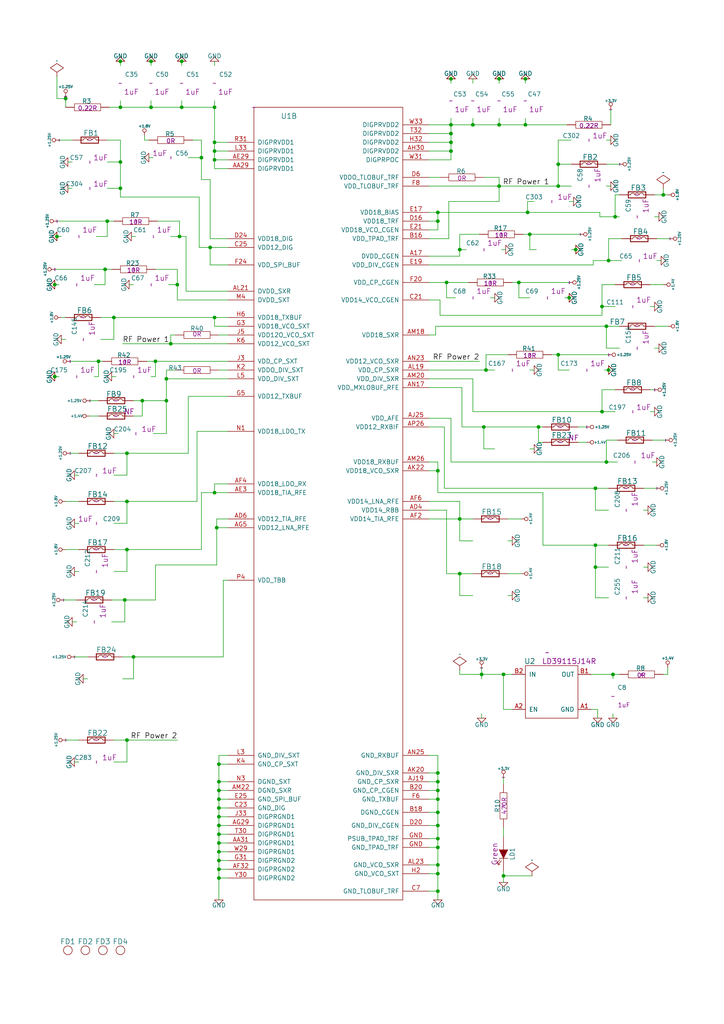
<source format=kicad_sch>
(kicad_sch (version 20211123) (generator eeschema)
  (paper "A4" portrait)
  (title_block (title "uMyriadRF7002") (date "19 nov 2015") (rev "v2") (comment 1 "WORK IS COVERED UNDER A CREATIVE COMMONS LICENSE (CC BY 3.0)"))
  (lib_symbols
    (symbol "uMyriad7002-rescue:+1.25V" (power) (pin_names (offset 0))
      (property "Value" "+1.25V" (at 0 2.794 0))
      (symbol "+1.25V_0_0"
        (pin power_in line (at 0 0 90) (length 0) hide (name "+1.25V") (number "1"))
      )
    )
    (symbol "uMyriad7002-rescue:+1.4V" (power) (pin_names (offset 0))
      (property "Value" "+1.4V" (at 0 2.794 0))
      (symbol "+1.4V_0_0"
        (pin power_in line (at 0 0 90) (length 0) hide (name "+1.4V") (number "1"))
      )
    )
    (symbol "uMyriad7002-rescue:+1.8V" (power) (pin_names (offset 0))
      (property "Value" "+1.8V" (at 0 2.794 0))
      (symbol "+1.8V_0_0"
        (pin power_in line (at 0 0 90) (length 0) hide (name "+1.8V") (number "1"))
      )
    )
    (symbol "uMyriad7002-rescue:+3.3V" (power) (pin_names (offset 0))
      (property "Value" "+3.3V" (at 0 2.794 0))
      (symbol "+3.3V_0_0"
        (pin power_in line (at 0 0 90) (length 0) hide (name "+3.3V") (number "1"))
      )
    )
    (symbol "uMyriad7002-rescue:0.22R_0402" (pin_numbers hide) (pin_names (offset 0))
      (property "Reference" "R" (at -0.254 1.778 0))
      (property "Component Value" "0.22R" (at 0 -0.254 0))
      (symbol "0.22R_0402_1_1"
        (pin passive line (at 6.35 0 180) (length 2.54) (name "1") (number "1"))
        (pin passive line (at -6.35 0 0) (length 2.54) (name "2") (number "2"))
      )
    )
    (symbol "uMyriad7002-rescue:0R_0201" (pin_numbers hide) (pin_names (offset 0))
      (property "Reference" "R" (at -0.254 1.778 0))
      (property "Component Value" "0R" (at 0 -0.254 0))
      (symbol "0R_0201_1_1"
        (pin passive line (at 6.35 0 180) (length 2.54) (name "1") (number "1"))
        (pin passive line (at -6.35 0 0) (length 2.54) (name "2") (number "2"))
      )
    )
    (symbol "uMyriad7002-rescue:0R_0402" (pin_numbers hide) (pin_names (offset 0))
      (property "Reference" "R" (at -0.254 1.778 0))
      (property "Component Value" "0R" (at 0 -0.254 0))
      (symbol "0R_0402_1_1"
        (pin passive line (at 6.35 0 180) (length 2.54) (name "1") (number "1"))
        (pin passive line (at -6.35 0 0) (length 2.54) (name "2") (number "2"))
      )
    )
    (symbol "uMyriad7002-rescue:10R_0201" (pin_numbers hide) (pin_names (offset 0))
      (property "Reference" "R" (at -0.254 1.778 0))
      (property "Component Value" "10R" (at 0 -0.254 0))
      (symbol "10R_0201_1_1"
        (pin passive line (at 6.35 0 180) (length 2.54) (name "1") (number "1"))
        (pin passive line (at -6.35 0 0) (length 2.54) (name "2") (number "2"))
      )
    )
    (symbol "uMyriad7002-rescue:470R_0402" (pin_numbers hide) (pin_names (offset 0))
      (property "Reference" "R" (at -1.778 0 90))
      (property "Component Value" "470R" (at 0.254 0 90))
      (symbol "470R_0402_1_1"
        (pin passive line (at 0 6.35 270) (length 2.54) (name "1") (number "1"))
        (pin passive line (at 0 -6.35 90) (length 2.54) (name "2") (number "2"))
      )
    )
    (symbol "uMyriad7002-rescue:FB_0201" (pin_numbers hide) (pin_names (offset 1.016) hide)
      (property "Reference" "FB" (at 0.381 2.032 0))
      (symbol "FB_0201_1_1"
        (pin passive line (at -5.08 0 0) (length 2.54) (name "1") (number "1"))
        (pin passive line (at 5.08 0 180) (length 2.54) (name "2") (number "2"))
      )
    )
    (symbol "uMyriad7002-rescue:FB_0201_NF" (pin_numbers hide) (pin_names (offset 1.016) hide)
      (property "Reference" "FB" (at 0.381 2.032 0))
      (property "Field11" "NF" (at 3.81 1.27 0))
      (symbol "FB_0201_NF_1_1"
        (pin passive line (at -5.08 0 0) (length 2.54) (name "1") (number "1"))
        (pin passive line (at 5.08 0 180) (length 2.54) (name "2") (number "2"))
      )
    )
    (symbol "uMyriad7002-rescue:FIDUCIAL" (pin_names (offset 1.016))
      (property "Reference" "FD" (at 0 2.54 0))
    )
    (symbol "uMyriad7002-rescue:GND" (power) (pin_names (offset 0))
      (symbol "GND_1_1"
        (pin power_in line (at 0 0 90) (length 0) hide (name "GND") (number "1"))
      )
    )
    (symbol "uMyriad7002-rescue:LD39115J14R" (pin_names (offset 1.016))
      (property "Reference" "U" (at 1.27 1.27 0))
      (property "Component Value" "LD39115J14R" (at 12.7 1.27 0))
      (symbol "LD39115J14R_1_1"
        (pin input line (at 19.05 -12.7 180) (length 3.81) (name "GND") (number "A1"))
        (pin input line (at -3.81 -12.7 0) (length 3.81) (name "EN") (number "A2"))
        (pin output line (at 19.05 -2.54 180) (length 3.81) (name "OUT") (number "B1"))
        (pin input line (at -3.81 -2.54 0) (length 3.81) (name "IN") (number "B2"))
      )
    )
    (symbol "uMyriad7002-rescue:LED" (pin_names (offset 1.016) hide)
      (property "Reference" "LD" (at 0 2.54 0))
      (property "Component Value" "Green" (at 0 -2.54 0))
      (symbol "LED_1_1"
        (pin passive line (at -5.08 0 0) (length 3.81) (name "A") (number "1"))
        (pin passive line (at 5.08 0 180) (length 3.81) (name "K") (number "2"))
      )
    )
    (symbol "uMyriad7002-rescue:LMS7002" (pin_names (offset 1.016))
      (property "Reference" "U" (at 20.32 -2.54 0))
      (property "Value" "LMS7002" (at 20.32 -5.08 0))
      (symbol "LMS7002_1_1"
        (pin input line (at -7.62 -73.66 0) (length 7.62) (name "FCLK1") (number "AA33"))
        (pin output line (at -7.62 -111.76 0) (length 7.62) (name "DIQ10_1") (number "AB30"))
        (pin output line (at -7.62 -114.3 0) (length 7.62) (name "DIQ11_1") (number "AB32"))
        (pin input line (at -7.62 -71.12 0) (length 7.62) (name "MCLK1") (number "AB34"))
        (pin output line (at -7.62 -99.06 0) (length 7.62) (name "DIQ5_1") (number "AC29"))
        (pin output line (at -7.62 -106.68 0) (length 7.62) (name "DIQ8_1") (number "AC31"))
        (pin output line (at -7.62 -109.22 0) (length 7.62) (name "DIQ9_1") (number "AC33"))
        (pin output line (at -7.62 -96.52 0) (length 7.62) (name "DIQ4_1") (number "AD30"))
        (pin output line (at -7.62 -104.14 0) (length 7.62) (name "DIQ7_1") (number "AD32"))
        (pin output line (at -7.62 -93.98 0) (length 7.62) (name "DIQ3_1") (number "AE31"))
        (pin output line (at -7.62 -101.6 0) (length 7.62) (name "DIQ6_1") (number "AE33"))
        (pin output line (at -7.62 -88.9 0) (length 7.62) (name "DIQ1_1") (number "AF30"))
        (pin output line (at -7.62 -91.44 0) (length 7.62) (name "DIQ2_1") (number "AF34"))
        (pin output line (at -7.62 -86.36 0) (length 7.62) (name "DIQ0_1") (number "AG31"))
        (pin input line (at -7.62 -10.16 0) (length 7.62) (name "RxPLL_CLK") (number "AM24"))
        (pin output line (at -7.62 -147.32 0) (length 7.62) (name "tstao") (number "B22"))
        (pin bidirectional line (at -7.62 -163.83 0) (length 7.62) (name "SCL") (number "C27"))
        (pin input line (at -7.62 -134.62 0) (length 7.62) (name "SCLK") (number "C29"))
        (pin output line (at -7.62 -149.86 0) (length 7.62) (name "tstdo<0>") (number "D22"))
        (pin bidirectional line (at -7.62 -161.29 0) (length 7.62) (name "SDA") (number "D26"))
        (pin input line (at -7.62 -132.08 0) (length 7.62) (name "SEN") (number "D28"))
        (pin input line (at -7.62 -127 0) (length 7.62) (name "RESET") (number "E27"))
        (pin input line (at -7.62 -66.04 0) (length 7.62) (name "TxPLL_CLK") (number "E5"))
        (pin output line (at -7.62 -152.4 0) (length 7.62) (name "tstdo<1>") (number "F22"))
        (pin output line (at -7.62 -139.7 0) (length 7.62) (name "SDO") (number "F28"))
        (pin bidirectional line (at -7.62 -137.16 0) (length 7.62) (name "SDIO") (number "F30"))
        (pin input line (at -7.62 -30.48 0) (length 7.62) (name "DIQ0_2") (number "H30"))
        (pin input line (at -7.62 -33.02 0) (length 7.62) (name "DIQ1_2") (number "J31"))
        (pin input line (at -7.62 -35.56 0) (length 7.62) (name "DIQ2_2") (number "K30"))
        (pin input line (at -7.62 -38.1 0) (length 7.62) (name "DIQ3_2") (number "K32"))
        (pin input line (at -7.62 -43.18 0) (length 7.62) (name "DIQ5_2") (number "K34"))
        (pin input line (at -7.62 -40.64 0) (length 7.62) (name "DIQ4_2") (number "L31"))
        (pin input line (at -7.62 -45.72 0) (length 7.62) (name "DIQ6_2") (number "M30"))
        (pin input line (at -7.62 -48.26 0) (length 7.62) (name "DIQ7_2") (number "M32"))
        (pin input line (at -7.62 -50.8 0) (length 7.62) (name "DIQ8_2") (number "N31"))
        (pin input line (at -7.62 -53.34 0) (length 7.62) (name "DIQ9_2") (number "N33"))
        (pin input line (at -7.62 -55.88 0) (length 7.62) (name "DIQ10_2") (number "P30"))
        (pin input line (at -7.62 -58.42 0) (length 7.62) (name "DIQ11_2") (number "P32"))
        (pin input line (at -7.62 -15.24 0) (length 7.62) (name "MCLK_2") (number "P34"))
        (pin input line (at -7.62 -17.78 0) (length 7.62) (name "FCLK_2") (number "R29"))
        (pin input line (at -7.62 -27.94 0) (length 7.62) (name "IQSEL_Enable_2") (number "R33"))
        (pin input line (at -7.62 -78.74 0) (length 7.62) (name "TX_EN") (number "U29"))
        (pin bidirectional line (at -7.62 -20.32 0) (length 7.62) (name "TXNRX2") (number "U31"))
        (pin input line (at -7.62 -121.92 0) (length 7.62) (name "G_PWR_DWN") (number "U33"))
        (pin input line (at -7.62 -119.38 0) (length 7.62) (name "DIG_RST") (number "V30"))
        (pin bidirectional line (at -7.62 -76.2 0) (length 7.62) (name "TXNRX1") (number "V32"))
        (pin output line (at -7.62 -22.86 0) (length 7.62) (name "RX_EN") (number "V34"))
        (pin output line (at -7.62 -83.82 0) (length 7.62) (name "IQSEL_Enable_1") (number "Y32"))
      )
      (symbol "LMS7002_2_1"
        (pin input line (at 50.8 -43.18 180) (length 7.62) (name "DVDD_CGEN") (number "A17"))
        (pin input line (at -7.62 -17.78 0) (length 7.62) (name "DIGPRVDD1") (number "AA29"))
        (pin input line (at -7.62 -213.36 0) (length 7.62) (name "DIGPRGND1") (number "AA31"))
        (pin input line (at 50.8 -116.84 180) (length 7.62) (name "VDD14_RBB") (number "AD4"))
        (pin input line (at -7.62 -119.38 0) (length 7.62) (name "VDD12_TIA_RFE") (number "AD6"))
        (pin input line (at -7.62 -15.24 0) (length 7.62) (name "DIGPRVDD1") (number "AE29"))
        (pin input line (at -7.62 -111.76 0) (length 7.62) (name "VDD18_TIA_RFE") (number "AE3"))
        (pin input line (at 50.8 -119.38 180) (length 7.62) (name "VDD14_TIA_RFE") (number "AF2"))
        (pin input line (at -7.62 -220.98 0) (length 7.62) (name "DIGPRGND2") (number "AF32"))
        (pin input line (at -7.62 -109.22 0) (length 7.62) (name "VDD18_LDO_RX") (number "AF4"))
        (pin input line (at 50.8 -114.3 180) (length 7.62) (name "VDD14_LNA_RFE") (number "AF6"))
        (pin input line (at -7.62 -208.28 0) (length 7.62) (name "DIGPRGND1") (number "AG29"))
        (pin input line (at -7.62 -121.92 0) (length 7.62) (name "VDD12_LNA_RFE") (number "AG5"))
        (pin input line (at 50.8 -12.7 180) (length 7.62) (name "DIGPRVDD2") (number "AH30"))
        (pin input line (at 50.8 -195.58 180) (length 7.62) (name "GND_CP_SXR") (number "AJ19"))
        (pin input line (at 50.8 -90.17 180) (length 7.62) (name "VDD_AFE") (number "AJ25"))
        (pin input line (at 50.8 -193.04 180) (length 7.62) (name "GND_DIV_SXR") (number "AK20"))
        (pin input line (at 50.8 -105.41 180) (length 7.62) (name "VDD18_VCO_SXR") (number "AK22"))
        (pin input line (at 50.8 -76.2 180) (length 7.62) (name "VDD_CP_SXR") (number "AL19"))
        (pin input line (at -7.62 -53.34 0) (length 7.62) (name "DVDD_SXR") (number "AL21"))
        (pin input line (at 50.8 -219.71 180) (length 7.62) (name "GND_VCO_SXR") (number "AL23"))
        (pin input line (at 50.8 -66.04 180) (length 7.62) (name "VDD18_SXR") (number "AM18"))
        (pin input line (at 50.8 -78.74 180) (length 7.62) (name "VDD_DIV_SXR") (number "AM20"))
        (pin input line (at -7.62 -198.12 0) (length 7.62) (name "DGND_SXR") (number "AM22"))
        (pin input line (at 50.8 -102.87 180) (length 7.62) (name "VDD18_RXBUF") (number "AM26"))
        (pin input line (at 50.8 -81.28 180) (length 7.62) (name "VDD_MXLOBUF_RFE") (number "AN17"))
        (pin input line (at 50.8 -73.66 180) (length 7.62) (name "VDD12_VCO_SXR") (number "AN23"))
        (pin input line (at 50.8 -187.96 180) (length 7.62) (name "GND_RXBUF") (number "AN25"))
        (pin input line (at 50.8 -92.71 180) (length 7.62) (name "VDD12_RXBIF") (number "AP26"))
        (pin input line (at 50.8 -38.1 180) (length 7.62) (name "VDD_TPAD_TRF") (number "B16"))
        (pin input line (at 50.8 -204.47 180) (length 7.62) (name "DGND_CGEN") (number "B18"))
        (pin input line (at 50.8 -198.12 180) (length 7.62) (name "GND_CP_CGEN") (number "B20"))
        (pin input line (at 50.8 -55.88 180) (length 7.62) (name "VDD14_VCO_CGEN") (number "C21"))
        (pin input line (at -7.62 -203.2 0) (length 7.62) (name "GND_DIG") (number "C23"))
        (pin input line (at -7.62 -40.64 0) (length 7.62) (name "VDD12_DIG") (number "C25"))
        (pin input line (at 50.8 -227.33 180) (length 7.62) (name "GND_TLOBUF_TRF") (number "C7"))
        (pin input line (at 50.8 -33.02 180) (length 7.62) (name "VDD18_TRF") (number "D16"))
        (pin input line (at 50.8 -208.28 180) (length 7.62) (name "GND_DIV_CGEN") (number "D20"))
        (pin input line (at -7.62 -38.1 0) (length 7.62) (name "VDD18_DIG") (number "D24"))
        (pin input line (at 50.8 -20.32 180) (length 7.62) (name "VDDO_TLOBUF_TRF") (number "D6"))
        (pin input line (at 50.8 -30.48 180) (length 7.62) (name "VDD18_BIAS") (number "E17"))
        (pin input line (at 50.8 -45.72 180) (length 7.62) (name "VDD_DIV_CGEN") (number "E19"))
        (pin input line (at 50.8 -35.56 180) (length 7.62) (name "VDD18_VCO_CGEN") (number "E21"))
        (pin input line (at -7.62 -200.66 0) (length 7.62) (name "GND_SPI_BUF") (number "E25"))
        (pin input line (at 50.8 -50.8 180) (length 7.62) (name "VDD_CP_CGEN") (number "F20"))
        (pin input line (at -7.62 -45.72 0) (length 7.62) (name "VDD_SPI_BUF") (number "F24"))
        (pin input line (at 50.8 -200.66 180) (length 7.62) (name "GND_TXBUF") (number "F6"))
        (pin input line (at 50.8 -22.86 180) (length 7.62) (name "VDD_TLOBUF_TRF") (number "F8"))
        (pin input line (at -7.62 -63.5 0) (length 7.62) (name "VDD18_VCO_SXT") (number "G3"))
        (pin input line (at -7.62 -218.44 0) (length 7.62) (name "DIGPRGND2") (number "G31"))
        (pin output line (at -7.62 -83.82 0) (length 7.62) (name "VDD12_TXBUF") (number "G5"))
        (pin input line (at 50.8 -214.63 180) (length 7.62) (name "GND_TPAD_TRF") (number "GND"))
        (pin input line (at 50.8 -212.09 180) (length 7.62) (name "PSUB_TPAD_TRF") (number "GND"))
        (pin input line (at 50.8 -222.25 180) (length 7.62) (name "GND_VCO_SXT") (number "H2"))
        (pin input line (at 50.8 -10.16 180) (length 7.62) (name "DIGPRVDD2") (number "H32"))
        (pin input line (at -7.62 -60.96 0) (length 7.62) (name "VDD18_TXBUF") (number "H6"))
        (pin input line (at -7.62 -73.66 0) (length 7.62) (name "VDD_CP_SXT") (number "J3"))
        (pin input line (at -7.62 -205.74 0) (length 7.62) (name "DIGPRGND1") (number "J33"))
        (pin input line (at -7.62 -66.04 0) (length 7.62) (name "VDD12O_VCO_SXT") (number "J5"))
        (pin input line (at -7.62 -76.2 0) (length 7.62) (name "VDDO_DIV_SXT") (number "K2"))
        (pin input line (at -7.62 -190.5 0) (length 7.62) (name "GND_CP_SXT") (number "K4"))
        (pin input line (at -7.62 -68.58 0) (length 7.62) (name "VDD12_VCO_SXT") (number "K6"))
        (pin input line (at -7.62 -187.96 0) (length 7.62) (name "GND_DIV_SXT") (number "L3"))
        (pin input line (at -7.62 -12.7 0) (length 7.62) (name "DIGPRVDD1") (number "L33"))
        (pin input line (at -7.62 -78.74 0) (length 7.62) (name "VDD_DIV_SXT") (number "L5"))
        (pin input line (at -7.62 -55.88 0) (length 7.62) (name "DVDD_SXT") (number "M4"))
        (pin input line (at -7.62 -93.98 0) (length 7.62) (name "VDD18_LDO_TX") (number "N1"))
        (pin input line (at -7.62 -195.58 0) (length 7.62) (name "DGND_SXT") (number "N3"))
        (pin input line (at -7.62 -137.16 0) (length 7.62) (name "VDD_TBB") (number "P4"))
        (pin input line (at -7.62 -10.16 0) (length 7.62) (name "DIGPRVDD1") (number "R31"))
        (pin input line (at -7.62 -210.82 0) (length 7.62) (name "DIGPRGND1") (number "T30"))
        (pin input line (at 50.8 -7.62 180) (length 7.62) (name "DIGPRVDD2") (number "T32"))
        (pin input line (at -7.62 -215.9 0) (length 7.62) (name "DIGPRGND1") (number "W29"))
        (pin input line (at 50.8 -15.24 180) (length 7.62) (name "DIGPRPOC") (number "W31"))
        (pin input line (at 50.8 -5.08 180) (length 7.62) (name "DIGPRVDD2") (number "W33"))
        (pin input line (at -7.62 -223.52 0) (length 7.62) (name "DIGPRGND2") (number "Y30"))
      )
      (symbol "LMS7002_3_1"
        (pin input line (at 36.83 -22.86 180) (length 7.62) (name "ADCinIp_2") (number "AA1"))
        (pin input line (at 36.83 -27.94 180) (length 7.62) (name "ADCinQp_2") (number "AA3"))
        (pin output line (at -7.62 -73.66 0) (length 7.62) (name "RXOUTQN_1") (number "AA5"))
        (pin output line (at -7.62 -68.58 0) (length 7.62) (name "RXOUTIN_1") (number "AB2"))
        (pin output line (at -7.62 -71.12 0) (length 7.62) (name "RXOUTQP_1") (number "AB4"))
        (pin output line (at -7.62 -85.09 0) (length 7.62) (name "RXOUTQN_2") (number "AB6"))
        (pin output line (at -7.62 -80.01 0) (length 7.62) (name "RXOUTIN_2") (number "AC3"))
        (pin output line (at -7.62 -82.55 0) (length 7.62) (name "RXOUTQP_2") (number "AC5"))
        (pin output line (at -7.62 -77.47 0) (length 7.62) (name "RXOUTIP_2") (number "AD2"))
        (pin input line (at -7.62 -119.38 0) (length 7.62) (name "vr_rext_10k") (number "F18"))
        (pin input line (at -7.62 -13.97 0) (length 7.62) (name "TXININ_1") (number "P2"))
        (pin input line (at -7.62 -11.43 0) (length 7.62) (name "TXINIP_1") (number "R3"))
        (pin input line (at -7.62 -19.05 0) (length 7.62) (name "TXINQN_1") (number "R5"))
        (pin input line (at -7.62 -16.51 0) (length 7.62) (name "TXINQP_1") (number "T4"))
        (pin input line (at -7.62 -30.48 0) (length 7.62) (name "TXINQN_2") (number "T6"))
        (pin input line (at -7.62 -25.4 0) (length 7.62) (name "TXININ_2") (number "U1"))
        (pin input line (at -7.62 -22.86 0) (length 7.62) (name "TXINIP_2") (number "U3"))
        (pin input line (at 36.83 -13.97 180) (length 7.62) (name "ADCinIn_1") (number "U5"))
        (pin input line (at -7.62 -27.94 0) (length 7.62) (name "TXINQP_2") (number "V2"))
        (pin input line (at 36.83 -11.43 180) (length 7.62) (name "ADCinIp_1") (number "V4"))
        (pin input line (at 36.83 -25.4 180) (length 7.62) (name "ADCinIn_2") (number "V6"))
        (pin input line (at 36.83 -19.05 180) (length 7.62) (name "ADCinQn_1") (number "W3"))
        (pin input line (at 36.83 -16.51 180) (length 7.62) (name "ADCinQp_1") (number "Y2"))
        (pin input line (at 36.83 -30.48 180) (length 7.62) (name "ADCinQn_2") (number "Y4"))
        (pin output line (at -7.62 -66.04 0) (length 7.62) (name "RXOUTIP_1") (number "Y6"))
      )
      (symbol "LMS7002_4_1"
        (pin input line (at 25.4 -17.78 180) (length 7.62) (name "TXRF1_1n") (number "A7"))
        (pin output line (at 25.4 -50.8 180) (length 7.62) (name "TXRF2_1p") (number "A9"))
        (pin input line (at 25.4 -116.84 180) (length 7.62) (name "RXRF1_n_h") (number "AJ15"))
        (pin input line (at 25.4 -173.99 180) (length 7.62) (name "RF_gnd") (number "AK12"))
        (pin input line (at 25.4 -114.3 180) (length 7.62) (name "RXRF1_p_h") (number "AK14"))
        (pin input line (at 25.4 -171.45 180) (length 7.62) (name "RF_gnd") (number "AL13"))
        (pin input line (at 25.4 -88.9 180) (length 7.62) (name "RXRF1_n_l") (number "AM12"))
        (pin input line (at 25.4 -86.36 180) (length 7.62) (name "RXRF1_p_l") (number "AN11"))
        (pin input line (at 25.4 -142.24 180) (length 7.62) (name "RXRF1_p_w") (number "AN9"))
        (pin input line (at 25.4 -144.78 180) (length 7.62) (name "RXRF1_n_w") (number "AP10"))
        (pin output line (at 25.4 -53.34 180) (length 7.62) (name "TXRF2_1n") (number "B10"))
        (pin input line (at 25.4 -15.24 180) (length 7.62) (name "TXRF1_1p") (number "B8"))
      )
      (symbol "LMS7002_5_1"
        (pin input line (at 25.4 -50.8 180) (length 7.62) (name "TXRF2_2p") (number "A13"))
        (pin input line (at 25.4 -175.26 180) (length 7.62) (name "RF_gnd") (number "AJ7"))
        (pin input line (at 25.4 -172.72 180) (length 7.62) (name "RF_gnd") (number "AJ9"))
        (pin input line (at 25.4 -144.78 180) (length 7.62) (name "RXRF2_w_n") (number "AM4"))
        (pin input line (at 25.4 -116.84 180) (length 7.62) (name "RXRF2_h_n") (number "AM8"))
        (pin input line (at 25.4 -142.24 180) (length 7.62) (name "RXRF2_w_p") (number "AN3"))
        (pin input line (at 25.4 -86.36 180) (length 7.62) (name "RXRF2_l_p") (number "AN5"))
        (pin input line (at 25.4 -114.3 180) (length 7.62) (name "RXRF2_h_p") (number "AN7"))
        (pin input line (at 25.4 -88.9 180) (length 7.62) (name "RXRF2_l_n") (number "AP6"))
        (pin input line (at 25.4 -15.24 180) (length 7.62) (name "TXRF1_2p") (number "B12"))
        (pin input line (at 25.4 -53.34 180) (length 7.62) (name "TXRF2_2n") (number "B14"))
        (pin input line (at 25.4 -17.78 180) (length 7.62) (name "TXRF1_2n") (number "C11"))
      )
    )
    (symbol "uMyriad7002-rescue:PWR_FLAG" (power) (pin_numbers hide) (pin_names (offset 0) hide)
      (property "Value" "PWR_FLAG" (at 0 4.572 0))
      (symbol "PWR_FLAG_0_0"
        (pin power_out line (at 0 0 90) (length 0) (name "pwr") (number "1"))
      )
    )
  )
  (junction (at 15.875 82.55))
  (junction (at 172.72 158.115))
  (junction (at 63.5 241.935))
  (junction (at 127 243.205))
  (junction (at 63.5 239.395))
  (junction (at 140.97 107.315))
  (junction (at 48.26 109.855))
  (junction (at 127 229.235))
  (junction (at 161.925 102.87))
  (junction (at 150.495 81.915))
  (junction (at 127 235.585))
  (junction (at 153.67 67.945))
  (junction (at 129.54 81.915))
  (junction (at 36.83 145.415))
  (junction (at 161.925 47.625))
  (junction (at 127 253.365))
  (junction (at 167.005 72.39))
  (junction (at 62.23 142.875))
  (junction (at 16.51 68.58))
  (junction (at 133.35 166.37))
  (junction (at 63.5 254.635))
  (junction (at 130.81 41.275))
  (junction (at 15.875 109.22))
  (junction (at 176.53 75.565))
  (junction (at 133.35 72.39))
  (junction (at 127 231.775))
  (junction (at 63.5 234.315))
  (junction (at 127 258.445))
  (junction (at 36.83 131.445))
  (junction (at 63.5 249.555))
  (junction (at 176.53 107.315))
  (junction (at 130.81 36.195))
  (junction (at 127 136.525))
  (junction (at 146.05 195.58))
  (junction (at 19.05 28.575))
  (junction (at 36.195 173.99))
  (junction (at 165.1 86.36))
  (junction (at 62.23 41.275))
  (junction (at 34.925 46.99))
  (junction (at 51.435 82.55))
  (junction (at 58.42 45.72))
  (junction (at 52.07 68.58))
  (junction (at 34.925 31.115))
  (junction (at 172.72 141.605))
  (junction (at 175.895 133.985))
  (junction (at 28.575 104.775))
  (junction (at 34.925 17.78))
  (junction (at 178.435 62.865))
  (junction (at 139.7 195.58))
  (junction (at 63.5 236.855))
  (junction (at 36.83 159.385))
  (junction (at 63.5 229.235))
  (junction (at 63.5 231.775))
  (junction (at 127 224.155))
  (junction (at 153.035 61.595))
  (junction (at 33.02 92.075))
  (junction (at 62.23 46.355))
  (junction (at 63.5 226.695))
  (junction (at 144.78 53.975))
  (junction (at 144.78 22.86))
  (junction (at 62.23 43.815))
  (junction (at 62.23 31.115))
  (junction (at 52.705 17.78))
  (junction (at 30.48 78.105))
  (junction (at 63.5 252.095))
  (junction (at 38.735 190.5))
  (junction (at 48.26 116.205))
  (junction (at 62.23 92.075))
  (junction (at 63.5 247.015))
  (junction (at 174.625 88.9))
  (junction (at 45.085 104.775))
  (junction (at 174.625 119.38))
  (junction (at 146.05 254))
  (junction (at 43.815 17.78))
  (junction (at 127 239.395))
  (junction (at 161.925 53.975))
  (junction (at 62.865 153.035))
  (junction (at 127 250.825))
  (junction (at 52.705 31.115))
  (junction (at 152.4 36.195))
  (junction (at 175.895 94.615))
  (junction (at 63.5 244.475))
  (junction (at 127 61.595))
  (junction (at 152.4 22.86))
  (junction (at 177.8 195.58))
  (junction (at 192.405 56.515))
  (junction (at 156.21 123.825))
  (junction (at 130.81 22.86))
  (junction (at 63.5 221.615))
  (junction (at 130.81 43.815))
  (junction (at 140.335 123.825))
  (junction (at 130.81 38.735))
  (junction (at 127 226.695))
  (junction (at 144.78 36.195))
  (junction (at 43.815 31.115))
  (junction (at 41.275 116.205))
  (junction (at 31.115 64.135))
  (junction (at 127 64.135))
  (junction (at 49.53 99.695))
  (junction (at 133.35 150.495))
  (junction (at 137.16 36.195))
  (junction (at 34.925 54.61))
  (junction (at 36.83 214.63))
  (junction (at 172.72 164.465))
  (junction (at 127 245.745))
  (junction (at 60.96 71.755))
  (wire (pts (xy 127 219.075) (xy 124.46 219.075)))
  (wire (pts (xy 139.7 193.675) (xy 139.7 195.58)))
  (wire (pts (xy 57.785 57.15) (xy 57.785 71.755)))
  (wire (pts (xy 161.925 107.315) (xy 165.1 107.315)))
  (wire (pts (xy 130.81 121.285) (xy 130.81 133.985)))
  (wire (pts (xy 130.175 69.215) (xy 130.175 58.42)))
  (wire (pts (xy 16.51 28.575) (xy 19.05 28.575)))
  (wire (pts (xy 45.085 163.83) (xy 62.865 163.83)))
  (wire (pts (xy 190.5 141.605) (xy 186.69 141.605)))
  (wire (pts (xy 124.46 136.525) (xy 127 136.525)))
  (wire (pts (xy 144.78 53.975) (xy 161.925 53.975)))
  (wire (pts (xy 175.895 40.64) (xy 177.165 40.64)))
  (wire (pts (xy 177.8 207.01) (xy 177.8 208.28)))
  (wire (pts (xy 153.035 58.42) (xy 153.035 61.595)))
  (wire (pts (xy 34.925 40.64) (xy 34.925 46.99)))
  (wire (pts (xy 20.955 54.61) (xy 19.685 54.61)))
  (wire (pts (xy 31.115 64.135) (xy 31.115 68.58)))
  (wire (pts (xy 154.305 254) (xy 146.05 254)))
  (wire (pts (xy 62.23 41.275) (xy 62.23 43.815)))
  (wire (pts (xy 33.02 145.415) (xy 36.83 145.415)))
  (wire (pts (xy 63.5 236.855) (xy 63.5 239.395)))
  (wire (pts (xy 176.53 75.565) (xy 176.53 69.215)))
  (wire (pts (xy 127 245.745) (xy 124.46 245.745)))
  (wire (pts (xy 51.435 86.995) (xy 66.04 86.995)))
  (wire (pts (xy 31.115 68.58) (xy 27.94 68.58)))
  (wire (pts (xy 178.435 88.9) (xy 174.625 88.9)))
  (wire (pts (xy 22.225 180.34) (xy 20.955 180.34)))
  (wire (pts (xy 127 229.235) (xy 127 231.775)))
  (wire (pts (xy 188.595 113.03) (xy 189.865 113.03)))
  (wire (pts (xy 53.975 84.455) (xy 53.975 68.58)))
  (wire (pts (xy 151.13 150.495) (xy 147.32 150.495)))
  (wire (pts (xy 130.81 36.195) (xy 130.81 38.735)))
  (wire (pts (xy 161.925 47.625) (xy 161.925 53.975)))
  (wire (pts (xy 167.64 123.825) (xy 170.18 123.825)))
  (wire (pts (xy 146.05 225.425) (xy 146.05 227.33)))
  (wire (pts (xy 50.8 97.155) (xy 49.53 97.155)))
  (wire (pts (xy 179.705 47.625) (xy 175.895 47.625)))
  (wire (pts (xy 174.625 113.03) (xy 174.625 119.38)))
  (wire (pts (xy 193.675 94.615) (xy 189.865 94.615)))
  (wire (pts (xy 124.46 61.595) (xy 127 61.595)))
  (wire (pts (xy 172.72 164.465) (xy 176.53 164.465)))
  (wire (pts (xy 127 219.075) (xy 127 224.155)))
  (wire (pts (xy 124.46 123.825) (xy 128.905 123.825)))
  (wire (pts (xy 127 226.695) (xy 127 229.235)))
  (wire (pts (xy 32.385 180.34) (xy 36.195 180.34)))
  (wire (pts (xy 130.81 43.815) (xy 124.46 43.815)))
  (wire (pts (xy 58.42 159.385) (xy 58.42 142.875)))
  (wire (pts (xy 153.035 61.595) (xy 173.99 61.595)))
  (wire (pts (xy 172.72 158.115) (xy 172.72 164.465)))
  (wire (pts (xy 63.5 239.395) (xy 63.5 241.935)))
  (wire (pts (xy 38.735 82.55) (xy 37.465 82.55)))
  (wire (pts (xy 133.35 166.37) (xy 133.35 172.72)))
  (wire (pts (xy 63.5 252.095) (xy 63.5 254.635)))
  (wire (pts (xy 153.67 107.315) (xy 154.94 107.315)))
  (wire (pts (xy 157.48 142.875) (xy 127 142.875)))
  (wire (pts (xy 189.23 133.985) (xy 190.5 133.985)))
  (wire (pts (xy 174.625 91.44) (xy 127.635 91.44)))
  (wire (pts (xy 58.42 142.875) (xy 62.23 142.875)))
  (wire (pts (xy 45.085 109.22) (xy 43.815 109.22)))
  (wire (pts (xy 151.765 67.945) (xy 153.67 67.945)))
  (wire (pts (xy 127 231.775) (xy 124.46 231.775)))
  (wire (pts (xy 64.77 190.5) (xy 38.735 190.5)))
  (wire (pts (xy 133.35 172.72) (xy 137.16 172.72)))
  (wire (pts (xy 127 243.205) (xy 127 245.745)))
  (wire (pts (xy 133.35 195.58) (xy 139.7 195.58)))
  (wire (pts (xy 62.865 150.495) (xy 66.04 150.495)))
  (wire (pts (xy 133.985 123.825) (xy 140.335 123.825)))
  (wire (pts (xy 133.35 145.415) (xy 133.35 150.495)))
  (wire (pts (xy 174.625 82.55) (xy 178.435 82.55)))
  (wire (pts (xy 45.085 104.775) (xy 45.085 109.22)))
  (wire (pts (xy 129.54 166.37) (xy 133.35 166.37)))
  (wire (pts (xy 34.925 46.99) (xy 34.925 54.61)))
  (wire (pts (xy 62.23 29.21) (xy 62.23 31.115)))
  (wire (pts (xy 44.45 45.72) (xy 43.18 45.72)))
  (wire (pts (xy 29.21 98.425) (xy 33.02 98.425)))
  (wire (pts (xy 152.4 34.29) (xy 152.4 36.195)))
  (wire (pts (xy 66.04 41.275) (xy 62.23 41.275)))
  (wire (pts (xy 175.895 127.635) (xy 175.895 133.985)))
  (wire (pts (xy 62.23 48.895) (xy 66.04 48.895)))
  (wire (pts (xy 66.04 107.315) (xy 63.5 107.315)))
  (wire (pts (xy 174.625 119.38) (xy 178.435 119.38)))
  (wire (pts (xy 133.35 150.495) (xy 133.35 156.845)))
  (wire (pts (xy 179.705 100.965) (xy 175.895 100.965)))
  (wire (pts (xy 38.735 196.85) (xy 38.735 190.5)))
  (wire (pts (xy 137.16 24.13) (xy 137.16 22.86)))
  (wire (pts (xy 63.5 234.315) (xy 63.5 236.855)))
  (wire (pts (xy 133.35 72.39) (xy 135.255 72.39)))
  (wire (pts (xy 144.78 24.13) (xy 144.78 22.86)))
  (wire (pts (xy 175.895 94.615) (xy 179.705 94.615)))
  (wire (pts (xy 20.955 46.99) (xy 19.685 46.99)))
  (wire (pts (xy 54.61 131.445) (xy 54.61 114.935)))
  (wire (pts (xy 137.16 36.195) (xy 144.78 36.195)))
  (wire (pts (xy 28.575 116.205) (xy 26.035 116.205)))
  (wire (pts (xy 22.86 220.98) (xy 21.59 220.98)))
  (wire (pts (xy 147.32 102.87) (xy 140.97 102.87)))
  (wire (pts (xy 66.04 109.855) (xy 48.26 109.855)))
  (wire (pts (xy 49.53 68.58) (xy 52.07 68.58)))
  (wire (pts (xy 157.48 128.27) (xy 156.21 128.27)))
  (wire (pts (xy 63.5 254.635) (xy 63.5 260.985)))
  (wire (pts (xy 127 226.695) (xy 124.46 226.695)))
  (wire (pts (xy 20.32 104.775) (xy 28.575 104.775)))
  (wire (pts (xy 144.78 36.195) (xy 152.4 36.195)))
  (wire (pts (xy 176.53 75.565) (xy 180.34 75.565)))
  (wire (pts (xy 124.46 53.975) (xy 144.78 53.975)))
  (wire (pts (xy 124.46 109.855) (xy 137.16 109.855)))
  (wire (pts (xy 150.495 81.915) (xy 150.495 86.36)))
  (wire (pts (xy 144.78 34.29) (xy 144.78 36.195)))
  (wire (pts (xy 144.78 58.42) (xy 144.78 53.975)))
  (wire (pts (xy 48.26 125.73) (xy 44.45 125.73)))
  (wire (pts (xy 39.37 68.58) (xy 38.1 68.58)))
  (wire (pts (xy 48.26 116.205) (xy 48.26 125.73)))
  (wire (pts (xy 140.97 102.87) (xy 140.97 107.315)))
  (wire (pts (xy 156.21 123.825) (xy 157.48 123.825)))
  (wire (pts (xy 66.04 94.615) (xy 62.23 94.615)))
  (wire (pts (xy 140.335 123.825) (xy 156.21 123.825)))
  (wire (pts (xy 63.5 231.775) (xy 66.04 231.775)))
  (wire (pts (xy 63.5 97.155) (xy 66.04 97.155)))
  (wire (pts (xy 63.5 241.935) (xy 66.04 241.935)))
  (wire (pts (xy 124.46 69.215) (xy 130.175 69.215)))
  (wire (pts (xy 127 224.155) (xy 127 226.695)))
  (wire (pts (xy 62.23 142.875) (xy 66.04 142.875)))
  (wire (pts (xy 189.865 100.965) (xy 191.135 100.965)))
  (wire (pts (xy 192.405 56.515) (xy 189.865 56.515)))
  (wire (pts (xy 54.61 45.72) (xy 58.42 45.72)))
  (wire (pts (xy 130.81 46.355) (xy 124.46 46.355)))
  (wire (pts (xy 34.925 40.64) (xy 31.115 40.64)))
  (wire (pts (xy 124.46 150.495) (xy 133.35 150.495)))
  (wire (pts (xy 128.905 141.605) (xy 172.72 141.605)))
  (wire (pts (xy 30.48 82.55) (xy 27.305 82.55)))
  (wire (pts (xy 60.96 71.755) (xy 66.04 71.755)))
  (wire (pts (xy 133.35 150.495) (xy 137.16 150.495)))
  (wire (pts (xy 28.575 120.65) (xy 26.035 120.65)))
  (wire (pts (xy 127 250.825) (xy 124.46 250.825)))
  (wire (pts (xy 33.02 137.795) (xy 36.83 137.795)))
  (wire (pts (xy 28.575 104.775) (xy 29.845 104.775)))
  (wire (pts (xy 130.81 43.815) (xy 130.81 46.355)))
  (wire (pts (xy 139.7 195.58) (xy 139.7 196.85)))
  (wire (pts (xy 126.365 94.615) (xy 175.895 94.615)))
  (wire (pts (xy 161.925 40.64) (xy 161.925 47.625)))
  (wire (pts (xy 27.305 109.22) (xy 28.575 109.22)))
  (wire (pts (xy 62.23 94.615) (xy 62.23 92.075)))
  (wire (pts (xy 128.905 123.825) (xy 128.905 141.605)))
  (wire (pts (xy 127 243.205) (xy 124.46 243.205)))
  (wire (pts (xy 178.435 62.865) (xy 178.435 56.515)))
  (wire (pts (xy 127 245.745) (xy 127 250.825)))
  (wire (pts (xy 178.435 62.865) (xy 179.705 62.865)))
  (wire (pts (xy 63.5 219.075) (xy 63.5 221.615)))
  (wire (pts (xy 129.54 86.36) (xy 132.08 86.36)))
  (wire (pts (xy 36.83 131.445) (xy 54.61 131.445)))
  (wire (pts (xy 63.5 249.555) (xy 66.04 249.555)))
  (wire (pts (xy 58.42 40.64) (xy 58.42 45.72)))
  (wire (pts (xy 178.435 56.515) (xy 179.705 56.515)))
  (wire (pts (xy 19.05 145.415) (xy 22.86 145.415)))
  (wire (pts (xy 124.46 107.315) (xy 140.97 107.315)))
  (wire (pts (xy 42.545 104.775) (xy 45.085 104.775)))
  (wire (pts (xy 31.115 54.61) (xy 34.925 54.61)))
  (wire (pts (xy 153.67 72.39) (xy 155.575 72.39)))
  (wire (pts (xy 63.5 241.935) (xy 63.5 244.475)))
  (wire (pts (xy 52.705 19.05) (xy 52.705 17.78)))
  (wire (pts (xy 30.48 78.105) (xy 30.48 82.55)))
  (wire (pts (xy 193.04 127.635) (xy 189.23 127.635)))
  (wire (pts (xy 127 235.585) (xy 127 239.395)))
  (wire (pts (xy 127.635 91.44) (xy 127.635 86.995)))
  (wire (pts (xy 17.78 68.58) (xy 16.51 68.58)))
  (wire (pts (xy 52.705 31.115) (xy 52.705 29.21)))
  (wire (pts (xy 130.81 38.735) (xy 124.46 38.735)))
  (wire (pts (xy 49.53 99.695) (xy 66.04 99.695)))
  (wire (pts (xy 51.435 78.105) (xy 51.435 82.55)))
  (wire (pts (xy 173.99 62.865) (xy 178.435 62.865)))
  (wire (pts (xy 48.26 107.315) (xy 48.26 109.855)))
  (wire (pts (xy 36.83 165.735) (xy 36.83 159.385)))
  (wire (pts (xy 152.4 36.195) (xy 164.465 36.195)))
  (wire (pts (xy 43.815 19.05) (xy 43.815 17.78)))
  (wire (pts (xy 62.23 46.355) (xy 66.04 46.355)))
  (wire (pts (xy 177.8 195.58) (xy 179.705 195.58)))
  (wire (pts (xy 161.925 102.87) (xy 161.925 107.315)))
  (wire (pts (xy 33.02 151.765) (xy 36.83 151.765)))
  (wire (pts (xy 133.35 74.295) (xy 124.46 74.295)))
  (wire (pts (xy 62.23 92.075) (xy 66.04 92.075)))
  (wire (pts (xy 38.735 190.5) (xy 35.56 190.5)))
  (wire (pts (xy 171.45 205.74) (xy 173.355 205.74)))
  (wire (pts (xy 147.32 172.72) (xy 148.59 172.72)))
  (wire (pts (xy 52.07 68.58) (xy 53.975 68.58)))
  (wire (pts (xy 33.655 109.22) (xy 32.385 109.22)))
  (wire (pts (xy 34.29 125.73) (xy 33.02 125.73)))
  (wire (pts (xy 127 253.365) (xy 124.46 253.365)))
  (wire (pts (xy 17.78 92.075) (xy 19.05 92.075)))
  (wire (pts (xy 160.02 102.87) (xy 161.925 102.87)))
  (wire (pts (xy 127 235.585) (xy 124.46 235.585)))
  (wire (pts (xy 156.21 128.27) (xy 156.21 123.825)))
  (wire (pts (xy 60.96 76.835) (xy 60.96 71.755)))
  (wire (pts (xy 133.985 123.825) (xy 133.985 112.395)))
  (wire (pts (xy 31.115 64.135) (xy 33.02 64.135)))
  (wire (pts (xy 63.5 234.315) (xy 66.04 234.315)))
  (wire (pts (xy 66.04 221.615) (xy 63.5 221.615)))
  (wire (pts (xy 126.365 97.155) (xy 124.46 97.155)))
  (wire (pts (xy 188.595 88.9) (xy 189.865 88.9)))
  (wire (pts (xy 34.925 31.115) (xy 43.815 31.115)))
  (wire (pts (xy 172.72 158.115) (xy 176.53 158.115)))
  (wire (pts (xy 137.16 119.38) (xy 174.625 119.38)))
  (wire (pts (xy 133.35 67.945) (xy 133.35 72.39)))
  (wire (pts (xy 165.1 58.42) (xy 166.37 58.42)))
  (wire (pts (xy 145.415 72.39) (xy 146.685 72.39)))
  (wire (pts (xy 63.5 229.235) (xy 63.5 231.775)))
  (wire (pts (xy 124.46 64.135) (xy 127 64.135)))
  (wire (pts (xy 150.495 86.36) (xy 153.67 86.36)))
  (wire (pts (xy 177.8 196.85) (xy 177.8 195.58)))
  (wire (pts (xy 63.5 244.475) (xy 63.5 247.015)))
  (wire (pts (xy 192.405 54.61) (xy 192.405 56.515)))
  (wire (pts (xy 41.275 116.205) (xy 48.26 116.205)))
  (wire (pts (xy 193.675 193.675) (xy 193.675 195.58)))
  (wire (pts (xy 60.96 69.215) (xy 66.04 69.215)))
  (wire (pts (xy 25.4 196.85) (xy 24.13 196.85)))
  (wire (pts (xy 174.625 88.9) (xy 174.625 91.44)))
  (wire (pts (xy 34.925 54.61) (xy 34.925 57.15)))
  (wire (pts (xy 130.81 36.195) (xy 137.16 36.195)))
  (wire (pts (xy 186.69 147.955) (xy 187.96 147.955)))
  (wire (pts (xy 173.355 205.74) (xy 173.355 208.28)))
  (wire (pts (xy 154.94 58.42) (xy 153.035 58.42)))
  (wire (pts (xy 137.16 109.855) (xy 137.16 119.38)))
  (wire (pts (xy 130.175 58.42) (xy 144.78 58.42)))
  (wire (pts (xy 38.735 116.205) (xy 41.275 116.205)))
  (wire (pts (xy 124.46 86.995) (xy 127.635 86.995)))
  (wire (pts (xy 41.91 40.64) (xy 41.91 39.37)))
  (wire (pts (xy 148.59 205.74) (xy 146.05 205.74)))
  (wire (pts (xy 189.865 62.865) (xy 191.135 62.865)))
  (wire (pts (xy 45.085 173.99) (xy 45.085 163.83)))
  (wire (pts (xy 17.145 82.55) (xy 15.875 82.55)))
  (wire (pts (xy 63.5 247.015) (xy 66.04 247.015)))
  (wire (pts (xy 129.54 81.915) (xy 135.89 81.915)))
  (wire (pts (xy 66.04 168.275) (xy 64.77 168.275)))
  (wire (pts (xy 124.46 36.195) (xy 130.81 36.195)))
  (wire (pts (xy 127 61.595) (xy 153.035 61.595)))
  (wire (pts (xy 127 239.395) (xy 127 243.205)))
  (wire (pts (xy 127 133.985) (xy 127 136.525)))
  (wire (pts (xy 34.925 57.15) (xy 57.785 57.15)))
  (wire (pts (xy 190.5 75.565) (xy 191.77 75.565)))
  (wire (pts (xy 172.72 164.465) (xy 172.72 173.355)))
  (wire (pts (xy 62.23 31.115) (xy 62.23 41.275)))
  (wire (pts (xy 43.18 40.64) (xy 41.91 40.64)))
  (wire (pts (xy 152.4 24.13) (xy 152.4 22.86)))
  (wire (pts (xy 62.23 140.335) (xy 66.04 140.335)))
  (wire (pts (xy 174.625 113.03) (xy 178.435 113.03)))
  (wire (pts (xy 172.085 76.835) (xy 124.46 76.835)))
  (wire (pts (xy 45.085 78.105) (xy 51.435 78.105)))
  (wire (pts (xy 161.925 47.625) (xy 165.735 47.625)))
  (wire (pts (xy 146.05 195.58) (xy 148.59 195.58)))
  (wire (pts (xy 144.78 51.435) (xy 140.335 51.435)))
  (wire (pts (xy 130.81 41.275) (xy 130.81 43.815)))
  (wire (pts (xy 22.86 151.765) (xy 21.59 151.765)))
  (wire (pts (xy 127 239.395) (xy 124.46 239.395)))
  (wire (pts (xy 133.985 112.395) (xy 124.46 112.395)))
  (wire (pts (xy 43.815 31.115) (xy 52.705 31.115)))
  (wire (pts (xy 126.365 94.615) (xy 126.365 97.155)))
  (wire (pts (xy 36.83 145.415) (xy 57.15 145.415)))
  (wire (pts (xy 63.5 221.615) (xy 63.5 226.695)))
  (wire (pts (xy 124.46 121.285) (xy 130.81 121.285)))
  (wire (pts (xy 63.5 219.075) (xy 66.04 219.075)))
  (wire (pts (xy 133.35 72.39) (xy 133.35 74.295)))
  (wire (pts (xy 150.495 81.915) (xy 165.1 81.915)))
  (wire (pts (xy 36.83 151.765) (xy 36.83 145.415)))
  (wire (pts (xy 172.72 147.955) (xy 172.72 141.605)))
  (wire (pts (xy 54.61 114.935) (xy 66.04 114.935)))
  (wire (pts (xy 43.815 29.21) (xy 43.815 31.115)))
  (wire (pts (xy 193.675 195.58) (xy 192.405 195.58)))
  (wire (pts (xy 140.97 107.315) (xy 143.51 107.315)))
  (wire (pts (xy 127 250.825) (xy 127 253.365)))
  (wire (pts (xy 127 133.985) (xy 124.46 133.985)))
  (wire (pts (xy 57.15 125.095) (xy 66.04 125.095)))
  (wire (pts (xy 31.115 46.99) (xy 34.925 46.99)))
  (wire (pts (xy 146.05 205.74) (xy 146.05 195.58)))
  (wire (pts (xy 147.32 156.845) (xy 148.59 156.845)))
  (wire (pts (xy 62.865 150.495) (xy 62.865 153.035)))
  (wire (pts (xy 66.04 153.035) (xy 62.865 153.035)))
  (wire (pts (xy 32.385 173.99) (xy 36.195 173.99)))
  (wire (pts (xy 33.02 131.445) (xy 36.83 131.445)))
  (wire (pts (xy 127 66.675) (xy 124.46 66.675)))
  (wire (pts (xy 127 258.445) (xy 127 260.985)))
  (wire (pts (xy 124.46 258.445) (xy 127 258.445)))
  (wire (pts (xy 52.07 64.135) (xy 52.07 68.58)))
  (wire (pts (xy 143.51 130.175) (xy 140.335 130.175)))
  (wire (pts (xy 29.21 92.075) (xy 33.02 92.075)))
  (wire (pts (xy 30.48 78.105) (xy 32.385 78.105)))
  (wire (pts (xy 63.5 254.635) (xy 66.04 254.635)))
  (wire (pts (xy 36.195 180.34) (xy 36.195 173.99)))
  (wire (pts (xy 19.05 28.575) (xy 19.05 27.94)))
  (wire (pts (xy 129.54 147.955) (xy 129.54 166.37)))
  (wire (pts (xy 124.46 147.955) (xy 129.54 147.955)))
  (wire (pts (xy 36.83 220.98) (xy 36.83 214.63)))
  (wire (pts (xy 35.56 99.695) (xy 49.53 99.695)))
  (wire (pts (xy 124.46 41.275) (xy 130.81 41.275)))
  (wire (pts (xy 36.195 173.99) (xy 45.085 173.99)))
  (wire (pts (xy 175.26 107.315) (xy 176.53 107.315)))
  (wire (pts (xy 18.415 173.99) (xy 22.225 173.99)))
  (wire (pts (xy 139.7 195.58) (xy 146.05 195.58)))
  (wire (pts (xy 188.595 119.38) (xy 189.865 119.38)))
  (wire (pts (xy 19.05 214.63) (xy 22.86 214.63)))
  (wire (pts (xy 171.45 195.58) (xy 177.8 195.58)))
  (wire (pts (xy 51.435 82.55) (xy 48.895 82.55)))
  (wire (pts (xy 175.895 53.975) (xy 177.165 53.975)))
  (wire (pts (xy 137.16 34.29) (xy 137.16 36.195)))
  (wire (pts (xy 190.5 158.115) (xy 186.69 158.115)))
  (wire (pts (xy 142.24 86.36) (xy 143.51 86.36)))
  (wire (pts (xy 124.46 81.915) (xy 129.54 81.915)))
  (wire (pts (xy 172.72 141.605) (xy 176.53 141.605)))
  (wire (pts (xy 151.13 166.37) (xy 147.32 166.37)))
  (wire (pts (xy 63.5 247.015) (xy 63.5 249.555)))
  (wire (pts (xy 146.05 240.03) (xy 146.05 242.57)))
  (wire (pts (xy 48.26 109.855) (xy 48.26 116.205)))
  (wire (pts (xy 175.895 100.965) (xy 175.895 94.615)))
  (wire (pts (xy 140.335 130.175) (xy 140.335 123.825)))
  (wire (pts (xy 62.23 46.355) (xy 62.23 48.895)))
  (wire (pts (xy 186.69 164.465) (xy 187.96 164.465)))
  (wire (pts (xy 62.23 142.875) (xy 62.23 140.335)))
  (wire (pts (xy 28.575 109.22) (xy 28.575 104.775)))
  (wire (pts (xy 17.145 109.22) (xy 15.875 109.22)))
  (wire (pts (xy 124.46 51.435) (xy 127.635 51.435)))
  (wire (pts (xy 36.83 159.385) (xy 58.42 159.385)))
  (wire (pts (xy 63.5 249.555) (xy 63.5 252.095)))
  (wire (pts (xy 57.785 71.755) (xy 60.96 71.755)))
  (wire (pts (xy 34.925 19.05) (xy 34.925 17.78)))
  (wire (pts (xy 153.67 67.945) (xy 153.67 72.39)))
  (wire (pts (xy 133.35 195.58) (xy 133.35 194.31)))
  (wire (pts (xy 157.48 158.115) (xy 157.48 142.875)))
  (wire (pts (xy 62.23 43.815) (xy 62.23 46.355)))
  (wire (pts (xy 127 136.525) (xy 127 142.875)))
  (wire (pts (xy 194.31 69.215) (xy 190.5 69.215)))
  (wire (pts (xy 34.925 29.21) (xy 34.925 31.115)))
  (wire (pts (xy 179.07 127.635) (xy 175.895 127.635)))
  (wire (pts (xy 127 253.365) (xy 127 258.445)))
  (wire (pts (xy 63.5 229.235) (xy 66.04 229.235)))
  (wire (pts (xy 63.5 231.775) (xy 63.5 234.315)))
  (wire (pts (xy 17.145 40.64) (xy 20.955 40.64)))
  (wire (pts (xy 130.81 38.735) (xy 130.81 41.275)))
  (wire (pts (xy 63.5 226.695) (xy 63.5 229.235)))
  (wire (pts (xy 124.46 224.155) (xy 127 224.155)))
  (wire (pts (xy 63.5 244.475) (xy 66.04 244.475)))
  (wire (pts (xy 186.69 173.355) (xy 187.96 173.355)))
  (wire (pts (xy 36.83 137.795) (xy 36.83 131.445)))
  (wire (pts (xy 139.065 67.945) (xy 133.35 67.945)))
  (wire (pts (xy 15.875 78.105) (xy 30.48 78.105)))
  (wire (pts (xy 35.56 196.85) (xy 38.735 196.85)))
  (wire (pts (xy 16.51 64.135) (xy 31.115 64.135)))
  (wire (pts (xy 163.83 86.36) (xy 165.1 86.36)))
  (wire (pts (xy 139.7 207.01) (xy 139.7 208.28)))
  (wire (pts (xy 19.05 159.385) (xy 22.86 159.385)))
  (wire (pts (xy 33.02 214.63) (xy 36.83 214.63)))
  (wire (pts (xy 127 231.775) (xy 127 235.585)))
  (wire (pts (xy 192.405 82.55) (xy 188.595 82.55)))
  (wire (pts (xy 153.67 67.945) (xy 168.275 67.945)))
  (wire (pts (xy 172.72 147.955) (xy 176.53 147.955)))
  (wire (pts (xy 174.625 82.55) (xy 174.625 88.9)))
  (wire (pts (xy 55.88 40.64) (xy 58.42 40.64)))
  (wire (pts (xy 193.675 56.515) (xy 192.405 56.515)))
  (wire (pts (xy 124.46 145.415) (xy 133.35 145.415)))
  (wire (pts (xy 176.53 69.215) (xy 180.34 69.215)))
  (wire (pts (xy 63.5 226.695) (xy 66.04 226.695)))
  (wire (pts (xy 172.72 173.355) (xy 176.53 173.355)))
  (wire (pts (xy 172.085 75.565) (xy 172.085 76.835)))
  (wire (pts (xy 60.96 52.07) (xy 60.96 69.215)))
  (wire (pts (xy 33.02 165.735) (xy 36.83 165.735)))
  (wire (pts (xy 177.165 31.75) (xy 177.165 36.195)))
  (wire (pts (xy 124.46 104.775) (xy 139.065 104.775)))
  (wire (pts (xy 33.02 159.385) (xy 36.83 159.385)))
  (wire (pts (xy 58.42 52.07) (xy 60.96 52.07)))
  (wire (pts (xy 130.81 133.985) (xy 175.895 133.985)))
  (wire (pts (xy 130.81 34.29) (xy 130.81 36.195)))
  (wire (pts (xy 165.735 72.39) (xy 167.005 72.39)))
  (wire (pts (xy 66.04 84.455) (xy 53.975 84.455)))
  (wire (pts (xy 57.15 145.415) (xy 57.15 125.095)))
  (wire (pts (xy 133.35 166.37) (xy 137.16 166.37)))
  (wire (pts (xy 22.86 165.735) (xy 21.59 165.735)))
  (wire (pts (xy 64.77 168.275) (xy 64.77 190.5)))
  (wire (pts (xy 33.02 92.075) (xy 62.23 92.075)))
  (wire (pts (xy 62.865 153.035) (xy 62.865 163.83)))
  (wire (pts (xy 33.02 220.98) (xy 36.83 220.98)))
  (wire (pts (xy 63.5 252.095) (xy 66.04 252.095)))
  (wire (pts (xy 45.72 64.135) (xy 52.07 64.135)))
  (wire (pts (xy 144.78 53.975) (xy 144.78 51.435)))
  (wire (pts (xy 41.275 120.65) (xy 38.735 120.65)))
  (wire (pts (xy 167.64 128.27) (xy 170.18 128.27)))
  (wire (pts (xy 62.23 19.05) (xy 62.23 17.78)))
  (wire (pts (xy 133.35 156.845) (xy 137.16 156.845)))
  (wire (pts (xy 146.05 254) (xy 146.05 255.905)))
  (wire (pts (xy 45.085 104.775) (xy 66.04 104.775)))
  (wire (pts (xy 127 61.595) (xy 127 64.135)))
  (wire (pts (xy 49.53 97.155) (xy 49.53 99.695)))
  (wire (pts (xy 157.48 158.115) (xy 172.72 158.115)))
  (wire (pts (xy 48.26 107.315) (xy 50.8 107.315)))
  (wire (pts (xy 36.83 214.63) (xy 51.435 214.63)))
  (wire (pts (xy 21.59 190.5) (xy 25.4 190.5)))
  (wire (pts (xy 33.02 98.425) (xy 33.02 92.075)))
  (wire (pts (xy 148.59 81.915) (xy 150.495 81.915)))
  (wire (pts (xy 130.81 24.13) (xy 130.81 22.86)))
  (wire (pts (xy 173.99 61.595) (xy 173.99 62.865)))
  (wire (pts (xy 66.04 76.835) (xy 60.96 76.835)))
  (wire (pts (xy 22.86 137.795) (xy 21.59 137.795)))
  (wire (pts (xy 19.05 98.425) (xy 17.78 98.425)))
  (wire (pts (xy 172.085 75.565) (xy 176.53 75.565)))
  (wire (pts (xy 146.05 252.73) (xy 146.05 254)))
  (wire (pts (xy 63.5 236.855) (xy 66.04 236.855)))
  (wire (pts (xy 161.925 53.975) (xy 165.735 53.975)))
  (wire (pts (xy 127 229.235) (xy 124.46 229.235)))
  (wire (pts (xy 19.05 31.115) (xy 19.05 28.575)))
  (wire (pts (xy 16.51 22.225) (xy 16.51 28.575)))
  (wire (pts (xy 31.75 31.115) (xy 34.925 31.115)))
  (wire (pts (xy 165.735 40.64) (xy 161.925 40.64)))
  (wire (pts (xy 52.705 31.115) (xy 62.23 31.115)))
  (wire (pts (xy 58.42 45.72) (xy 58.42 52.07)))
  (wire (pts (xy 51.435 82.55) (xy 51.435 86.995)))
  (wire (pts (xy 22.86 131.445) (xy 20.32 131.445)))
  (wire (pts (xy 129.54 81.915) (xy 129.54 86.36)))
  (wire (pts (xy 175.895 133.985) (xy 179.07 133.985)))
  (wire (pts (xy 62.23 43.815) (xy 66.04 43.815)))
  (wire (pts (xy 63.5 239.395) (xy 66.04 239.395)))
  (wire (pts (xy 161.925 102.87) (xy 176.53 102.87)))
  (wire (pts (xy 41.275 116.205) (xy 41.275 120.65)))
  (wire (pts (xy 127 64.135) (xy 127 66.675)))
  (wire (pts (xy 153.67 130.175) (xy 154.94 130.175)))
  (label "RF Power 2" (at 139.065 104.775 180) (effects (font (size 1.524 1.524))))
  (label "RF Power 1" (at 159.385 53.975 180) (effects (font (size 1.524 1.524))))
  (label "RF Power 2" (at 51.435 214.63 180) (effects (font (size 1.524 1.524))))
  (label "RF Power 1" (at 35.56 99.695 0) (effects (font (size 1.524 1.524))))
  (symbol (lib_id "uMyriad7002-rescue:GND") (at 127 260.985 0) (unit 1)
    (property "Reference" "#PWR083" (effects hide))
  )
  (symbol (lib_id "uMyriad7002-rescue:GND") (at 63.5 260.985 0) (unit 1)
    (property "Reference" "#PWR084" (effects hide))
  )
  (symbol (lib_id "uMyriad7002-rescue:LMS7002") (at 73.66 31.115 0) (unit 2)
    (property "Reference" "U1" (at 83.82 33.655 0) (effects (font (size 1.524 1.524))))
    (property "Datasheet" "~" (at 73.66 31.115 0) (effects (font (size 1.524 1.524))))
  )
  (symbol (lib_id "uMyriad7002-rescue:GND") (at 43.18 45.72 270) (unit 1)
    (property "Reference" "#PWR085" (effects hide))
  )
  (symbol (lib_id "uMyriad7002-rescue:GND") (at 17.78 98.425 270) (mirror x) (unit 1)
    (property "Reference" "#PWR086" (effects hide))
  )
  (symbol (lib_id "uMyriad7002-rescue:+1.8V") (at 17.78 92.075 90) (mirror x) (unit 1)
    (property "Reference" "#PWR087" (effects hide))
  )
  (symbol (lib_id "uMyriad7002-rescue:GND") (at 33.02 125.73 270) (mirror x) (unit 1)
    (property "Reference" "#PWR088" (effects hide))
  )
  (symbol (lib_id "uMyriad7002-rescue:GND") (at 21.59 151.765 270) (mirror x) (unit 1)
    (property "Reference" "#PWR089" (effects hide))
  )
  (symbol (lib_id "uMyriad7002-rescue:+1.8V") (at 19.05 145.415 90) (mirror x) (unit 1)
    (property "Reference" "#PWR090" (effects hide))
  )
  (symbol (lib_id "uMyriad7002-rescue:GND") (at 21.59 165.735 270) (mirror x) (unit 1)
    (property "Reference" "#PWR091" (effects hide))
  )
  (symbol (lib_id "uMyriad7002-rescue:+1.8V") (at 19.05 159.385 90) (mirror x) (unit 1)
    (property "Reference" "#PWR092" (effects hide))
  )
  (symbol (lib_id "uMyriad7002-rescue:FB_0201") (at 24.13 92.075 0) (unit 1)
    (property "Reference" "FB6" (at 24.511 90.043 0) (effects (font (size 1.524 1.524))))
    (property "Datasheet" "~" (at 24.13 92.075 0) (effects (font (size 1.524 1.524))))
    (property "Vendor" "Digi-Key" (effects hide))
    (property "Vendor Part Number" "587-3277-1-ND" (effects hide))
    (property "Manufacturer" "Taiyo Yuden" (effects hide))
    (property "Manufacturer Part Number" "BK0603TS601-T" (effects hide))
    (property "Description" "FERRITE BEAD 600 OHM 0201" (effects hide))
    (property "Component Value" "600 Ohm @100MHz" (effects hide))
  )
  (symbol (lib_id "uMyriad7002-rescue:FB_0201") (at 33.655 116.205 0) (unit 1)
    (property "Reference" "FB9" (at 33.02 114.3 0) (effects (font (size 1.524 1.524))))
    (property "Datasheet" "~" (at 33.655 116.205 0) (effects (font (size 1.524 1.524))))
    (property "Vendor" "Digi-Key" (effects hide))
    (property "Vendor Part Number" "587-3277-1-ND" (effects hide))
    (property "Manufacturer" "Taiyo Yuden" (effects hide))
    (property "Manufacturer Part Number" "BK0603TS601-T" (effects hide))
    (property "Description" "FERRITE BEAD 600 OHM 0201" (effects hide))
    (property "Component Value" "600 Ohm @100MHz" (effects hide))
  )
  (symbol (lib_id "uMyriad7002-rescue:FB_0201") (at 27.94 145.415 0) (unit 1)
    (property "Reference" "FB14" (at 28.321 143.383 0) (effects (font (size 1.524 1.524))))
    (property "Datasheet" "~" (at 27.94 145.415 0) (effects (font (size 1.524 1.524))))
    (property "Vendor" "Digi-Key" (effects hide))
    (property "Vendor Part Number" "587-3277-1-ND" (effects hide))
    (property "Manufacturer" "Taiyo Yuden" (effects hide))
    (property "Manufacturer Part Number" "BK0603TS601-T" (effects hide))
    (property "Description" "FERRITE BEAD 600 OHM 0201" (effects hide))
    (property "Component Value" "600 Ohm @100MHz" (effects hide))
  )
  (symbol (lib_id "uMyriad7002-rescue:FB_0201") (at 27.94 159.385 0) (unit 1)
    (property "Reference" "FB17" (at 28.321 157.353 0) (effects (font (size 1.524 1.524))))
    (property "Datasheet" "~" (at 27.94 159.385 0) (effects (font (size 1.524 1.524))))
    (property "Vendor" "Digi-Key" (effects hide))
    (property "Vendor Part Number" "587-3277-1-ND" (effects hide))
    (property "Manufacturer" "Taiyo Yuden" (effects hide))
    (property "Manufacturer Part Number" "BK0603TS601-T" (effects hide))
    (property "Description" "FERRITE BEAD 600 OHM 0201" (effects hide))
    (property "Component Value" "600 Ohm @100MHz" (effects hide))
  )
  (symbol (lib_id "1uF_0201") (at 27.94 165.735 90) (unit 1)
    (property "Reference" "C212" (at 25.4 164.465 0) (effects (justify left)))
    (property "Datasheet" "~" (at 27.94 165.735 0) (effects (font (size 1.524 1.524))))
    (property "Vendor" "Digi-Key" (effects hide))
    (property "Vendor Part Number" "445-8008-1-ND" (effects hide))
    (property "Manufacturer" "TDK Corporation" (effects hide))
    (property "Manufacturer Part Number" "C0603X5R0J105M030BC" (effects hide))
    (property "Description" "CAP CER 1UF 6.3V 20% X5R 0201" (effects hide))
    (property "Component Value" "1uF" (at 30.48 162.56 0) (effects (font (size 1.524 1.524))))
  )
  (symbol (lib_id "1uF_0201") (at 27.94 151.765 90) (unit 1)
    (property "Reference" "C209" (at 34.925 150.495 90) (effects (justify left)))
    (property "Datasheet" "~" (at 27.94 151.765 0) (effects (font (size 1.524 1.524))))
    (property "Vendor" "Digi-Key" (effects hide))
    (property "Vendor Part Number" "445-8008-1-ND" (effects hide))
    (property "Manufacturer" "TDK Corporation" (effects hide))
    (property "Manufacturer Part Number" "C0603X5R0J105M030BC" (effects hide))
    (property "Description" "CAP CER 1UF 6.3V 20% X5R 0201" (effects hide))
    (property "Component Value" "1uF" (at 24.765 150.495 90) (effects (font (size 1.524 1.524))))
  )
  (symbol (lib_id "1uF_0201") (at 39.37 125.73 90) (unit 1)
    (property "Reference" "C204" (at 38.1 124.46 90) (effects (justify left)))
    (property "Datasheet" "~" (at 39.37 125.73 0) (effects (font (size 1.524 1.524))))
    (property "Vendor" "Digi-Key" (effects hide))
    (property "Vendor Part Number" "445-8008-1-ND" (effects hide))
    (property "Manufacturer" "TDK Corporation" (effects hide))
    (property "Manufacturer Part Number" "C0603X5R0J105M030BC" (effects hide))
    (property "Description" "CAP CER 1UF 6.3V 20% X5R 0201" (effects hide))
    (property "Component Value" "1uF" (at 43.18 124.46 90) (effects (font (size 1.524 1.524))))
  )
  (symbol (lib_id "1uF_0201") (at 24.13 98.425 90) (unit 1)
    (property "Reference" "C145" (at 21.59 97.155 0) (effects (justify left)))
    (property "Datasheet" "~" (at 24.13 98.425 0) (effects (font (size 1.524 1.524))))
    (property "Vendor" "Digi-Key" (effects hide))
    (property "Vendor Part Number" "445-8008-1-ND" (effects hide))
    (property "Manufacturer" "TDK Corporation" (effects hide))
    (property "Manufacturer Part Number" "C0603X5R0J105M030BC" (effects hide))
    (property "Description" "CAP CER 1UF 6.3V 20% X5R 0201" (effects hide))
    (property "Component Value" "1uF" (at 26.67 95.25 0) (effects (font (size 1.524 1.524))))
  )
  (symbol (lib_id "1uF_0201") (at 49.53 45.72 270) (unit 1)
    (property "Reference" "C56" (at 50.8 44.45 90) (effects (justify left)))
    (property "Datasheet" "~" (at 49.53 45.72 0) (effects (font (size 1.524 1.524))))
    (property "Vendor" "Digi-Key" (effects hide))
    (property "Vendor Part Number" "445-8008-1-ND" (effects hide))
    (property "Manufacturer" "TDK Corporation" (effects hide))
    (property "Manufacturer Part Number" "C0603X5R0J105M030BC" (effects hide))
    (property "Description" "CAP CER 1UF 6.3V 20% X5R 0201" (effects hide))
    (property "Component Value" "1uF" (at 46.355 44.45 90) (effects (font (size 1.524 1.524))))
  )
  (symbol (lib_id "uMyriad7002-rescue:GND") (at 21.59 137.795 270) (mirror x) (unit 1)
    (property "Reference" "#PWR093" (effects hide))
  )
  (symbol (lib_id "uMyriad7002-rescue:+1.25V") (at 20.32 131.445 90) (unit 1)
    (property "Reference" "#PWR094" (effects hide))
    (property "Datasheet" "~" (at 20.32 131.445 0) (effects (font (size 1.524 1.524))))
  )
  (symbol (lib_id "uMyriad7002-rescue:FB_0201") (at 27.94 131.445 0) (unit 1)
    (property "Reference" "FB12" (at 28.321 129.413 0) (effects (font (size 1.524 1.524))))
    (property "Datasheet" "~" (at 27.94 131.445 0) (effects (font (size 1.524 1.524))))
    (property "Vendor" "Digi-Key" (effects hide))
    (property "Vendor Part Number" "587-3277-1-ND" (effects hide))
    (property "Manufacturer" "Taiyo Yuden" (effects hide))
    (property "Manufacturer Part Number" "BK0603TS601-T" (effects hide))
    (property "Description" "FERRITE BEAD 600 OHM 0201" (effects hide))
    (property "Component Value" "600 Ohm @100MHz" (effects hide))
  )
  (symbol (lib_id "1uF_0201") (at 27.94 137.795 90) (unit 1)
    (property "Reference" "C207" (at 26.67 136.525 90) (effects (justify left)))
    (property "Datasheet" "~" (at 27.94 137.795 0) (effects (font (size 1.524 1.524))))
    (property "Vendor" "Digi-Key" (effects hide))
    (property "Vendor Part Number" "445-8008-1-ND" (effects hide))
    (property "Manufacturer" "TDK Corporation" (effects hide))
    (property "Manufacturer Part Number" "C0603X5R0J105M030BC" (effects hide))
    (property "Description" "CAP CER 1UF 6.3V 20% X5R 0201" (effects hide))
    (property "Component Value" "1uF" (at 31.75 136.525 90) (effects (font (size 1.524 1.524))))
  )
  (symbol (lib_id "uMyriad7002-rescue:+1.25V") (at 20.32 104.775 90) (unit 1)
    (property "Reference" "#PWR095" (effects hide))
    (property "Datasheet" "~" (at 20.32 104.775 0) (effects (font (size 1.524 1.524))))
  )
  (symbol (lib_id "uMyriad7002-rescue:GND") (at 19.685 46.99 270) (mirror x) (unit 1)
    (property "Reference" "#PWR096" (effects hide))
  )
  (symbol (lib_id "uMyriad7002-rescue:+1.25V") (at 17.145 40.64 90) (unit 1)
    (property "Reference" "#PWR097" (effects hide))
    (property "Datasheet" "~" (at 17.145 40.64 0) (effects (font (size 1.524 1.524))))
  )
  (symbol (lib_id "uMyriad7002-rescue:FB_0201") (at 26.035 40.64 0) (unit 1)
    (property "Reference" "FB1" (at 26.416 38.608 0) (effects (font (size 1.524 1.524))))
    (property "Datasheet" "~" (at 26.035 40.64 0) (effects (font (size 1.524 1.524))))
    (property "Vendor" "Digi-Key" (effects hide))
    (property "Vendor Part Number" "587-3277-1-ND" (effects hide))
    (property "Manufacturer" "Taiyo Yuden" (effects hide))
    (property "Manufacturer Part Number" "BK0603TS601-T" (effects hide))
    (property "Description" "FERRITE BEAD 600 OHM 0201" (effects hide))
    (property "Component Value" "600 Ohm @100MHz" (effects hide))
  )
  (symbol (lib_id "1uF_0201") (at 26.035 46.99 90) (unit 1)
    (property "Reference" "C57" (at 24.13 45.72 90) (effects (justify left)))
    (property "Datasheet" "~" (at 26.035 46.99 0) (effects (font (size 1.524 1.524))))
    (property "Vendor" "Digi-Key" (effects hide))
    (property "Vendor Part Number" "445-8008-1-ND" (effects hide))
    (property "Manufacturer" "TDK Corporation" (effects hide))
    (property "Manufacturer Part Number" "C0603X5R0J105M030BC" (effects hide))
    (property "Description" "CAP CER 1UF 6.3V 20% X5R 0201" (effects hide))
    (property "Component Value" "1uF" (at 29.21 45.72 90) (effects (font (size 1.524 1.524))))
  )
  (symbol (lib_id "uMyriad7002-rescue:+1.25V") (at 15.875 78.105 90) (unit 1)
    (property "Reference" "#PWR098" (effects hide))
    (property "Datasheet" "~" (at 15.875 78.105 0) (effects (font (size 1.524 1.524))))
  )
  (symbol (lib_id "uMyriad7002-rescue:GND") (at 20.955 180.34 270) (mirror x) (unit 1)
    (property "Reference" "#PWR099" (effects hide))
  )
  (symbol (lib_id "uMyriad7002-rescue:+1.25V") (at 18.415 173.99 90) (unit 1)
    (property "Reference" "#PWR0100" (effects hide))
    (property "Datasheet" "~" (at 18.415 173.99 0) (effects (font (size 1.524 1.524))))
  )
  (symbol (lib_id "uMyriad7002-rescue:FB_0201") (at 27.305 173.99 0) (unit 1)
    (property "Reference" "FB19" (at 27.686 171.958 0) (effects (font (size 1.524 1.524))))
    (property "Datasheet" "~" (at 27.305 173.99 0) (effects (font (size 1.524 1.524))))
    (property "Vendor" "Digi-Key" (effects hide))
    (property "Vendor Part Number" "587-3277-1-ND" (effects hide))
    (property "Manufacturer" "Taiyo Yuden" (effects hide))
    (property "Manufacturer Part Number" "BK0603TS601-T" (effects hide))
    (property "Description" "FERRITE BEAD 600 OHM 0201" (effects hide))
    (property "Component Value" "600 Ohm @100MHz" (effects hide))
  )
  (symbol (lib_id "1uF_0201") (at 27.305 180.34 90) (unit 1)
    (property "Reference" "C214" (at 24.765 179.07 0) (effects (justify left)))
    (property "Datasheet" "~" (at 27.305 180.34 0) (effects (font (size 1.524 1.524))))
    (property "Vendor" "Digi-Key" (effects hide))
    (property "Vendor Part Number" "445-8008-1-ND" (effects hide))
    (property "Manufacturer" "TDK Corporation" (effects hide))
    (property "Manufacturer Part Number" "C0603X5R0J105M030BC" (effects hide))
    (property "Description" "CAP CER 1UF 6.3V 20% X5R 0201" (effects hide))
    (property "Component Value" "1uF" (at 29.845 177.165 0) (effects (font (size 1.524 1.524))))
  )
  (symbol (lib_id "uMyriad7002-rescue:0R_0201") (at 57.15 107.315 0) (unit 1)
    (property "Reference" "R43" (at 50.8 106.68 0))
    (property "Vendor" "Digi-Key" (effects hide))
    (property "Vendor Part Number" "RHM0.0CCCT-ND" (effects hide))
    (property "Manufacturer" "Rohm Semiconductor" (effects hide))
    (property "Manufacturer Part Number" "MCR006YRTJ000" (effects hide))
    (property "Description" "RES 0.0 OHM 1/20W JUMP 0201 SMD" (effects hide))
    (property "Component Value" "0R" (at 57.15 107.569 0))
  )
  (symbol (lib_id "uMyriad7002-rescue:0R_0201") (at 57.15 97.155 180) (unit 1)
    (property "Reference" "R40" (at 57.15 95.25 0))
    (property "Vendor" "Digi-Key" (effects hide))
    (property "Vendor Part Number" "RHM0.0CCCT-ND" (effects hide))
    (property "Manufacturer" "Rohm Semiconductor" (effects hide))
    (property "Manufacturer Part Number" "MCR006YRTJ000" (effects hide))
    (property "Description" "RES 0.0 OHM 1/20W JUMP 0201 SMD" (effects hide))
    (property "Component Value" "0R" (at 57.15 96.901 0))
  )
  (symbol (lib_id "uMyriad7002-rescue:+1.25V") (at 16.51 64.135 90) (unit 1)
    (property "Reference" "#PWR0101" (effects hide))
    (property "Datasheet" "~" (at 16.51 64.135 0) (effects (font (size 1.524 1.524))))
  )
  (symbol (lib_id "uMyriad7002-rescue:+1.8V") (at 41.91 39.37 0) (unit 1)
    (property "Reference" "#PWR0102" (effects hide))
  )
  (symbol (lib_id "uMyriad7002-rescue:0R_0201") (at 49.53 40.64 0) (unit 1)
    (property "Reference" "R5" (at 49.276 38.862 0))
    (property "Vendor" "Digi-Key" (effects hide))
    (property "Vendor Part Number" "RHM0.0CCCT-ND" (effects hide))
    (property "Manufacturer" "Rohm Semiconductor" (effects hide))
    (property "Manufacturer Part Number" "MCR006YRTJ000" (effects hide))
    (property "Description" "RES 0.0 OHM 1/20W JUMP 0201 SMD" (effects hide))
    (property "Component Value" "0R" (at 49.53 40.894 0))
  )
  (symbol (lib_id "uMyriad7002-rescue:+1.25V") (at 19.05 27.94 0) (unit 1)
    (property "Reference" "#PWR0103" (effects hide))
    (property "Datasheet" "~" (at 19.05 27.94 0) (effects (font (size 1.524 1.524))))
  )
  (symbol (lib_id "uMyriad7002-rescue:+1.4V") (at 26.035 120.65 90) (unit 1)
    (property "Reference" "#PWR0104" (effects hide))
  )
  (symbol (lib_id "uMyriad7002-rescue:+1.25V") (at 26.035 116.205 90) (unit 1)
    (property "Reference" "#PWR0105" (effects hide))
    (property "Datasheet" "~" (at 26.035 116.205 0) (effects (font (size 1.524 1.524))))
  )
  (symbol (lib_id "uMyriad7002-rescue:GND") (at 62.23 17.78 180) (unit 1)
    (property "Reference" "#PWR0106" (effects hide))
  )
  (symbol (lib_id "uMyriad7002-rescue:GND") (at 43.815 17.78 180) (unit 1)
    (property "Reference" "#PWR0107" (effects hide))
  )
  (symbol (lib_id "uMyriad7002-rescue:GND") (at 43.815 17.78 180) (unit 1)
    (property "Reference" "#PWR0108" (effects hide))
  )
  (symbol (lib_id "uMyriad7002-rescue:GND") (at 52.705 17.78 180) (unit 1)
    (property "Reference" "#PWR0109" (effects hide))
  )
  (symbol (lib_id "uMyriad7002-rescue:GND") (at 52.705 17.78 180) (unit 1)
    (property "Reference" "#PWR0110" (effects hide))
  )
  (symbol (lib_id "uMyriad7002-rescue:0.22R_0402") (at 25.4 31.115 0) (unit 1)
    (property "Reference" "R3" (at 25.146 29.337 0))
    (property "Datasheet" "~" (at 25.4 31.115 90) (effects (font (size 1.524 1.524))))
    (property "Vendor" "Digi-Key" (effects hide))
    (property "Vendor Part Number" "311-.22PCT-ND" (effects hide))
    (property "Manufacturer" "Yageo" (effects hide))
    (property "Manufacturer Part Number" "RL0402FR-070R22L" (effects hide))
    (property "Description" "RES SMD, 0.22 OHM, 1%, 1/16W, 0402," (effects hide))
    (property "Component Value" "0.22R" (at 25.4 31.369 0))
  )
  (symbol (lib_id "1uF_0201") (at 43.815 24.13 0) (unit 1)
    (property "Reference" "C50" (at 45.085 21.59 0) (effects (justify left)))
    (property "Datasheet" "~" (at 43.815 24.13 0) (effects (font (size 1.524 1.524))))
    (property "Vendor" "Digi-Key" (effects hide))
    (property "Vendor Part Number" "445-8008-1-ND" (effects hide))
    (property "Manufacturer" "TDK Corporation" (effects hide))
    (property "Manufacturer Part Number" "C0603X5R0J105M030BC" (effects hide))
    (property "Description" "CAP CER 1UF 6.3V 20% X5R 0201" (effects hide))
    (property "Component Value" "1uF" (at 46.99 26.67 0) (effects (font (size 1.524 1.524))))
  )
  (symbol (lib_id "1uF_0201") (at 62.23 24.13 0) (unit 1)
    (property "Reference" "C52" (at 63.5 21.59 0) (effects (justify left)))
    (property "Datasheet" "~" (at 62.23 24.13 0) (effects (font (size 1.524 1.524))))
    (property "Vendor" "Digi-Key" (effects hide))
    (property "Vendor Part Number" "445-8008-1-ND" (effects hide))
    (property "Manufacturer" "TDK Corporation" (effects hide))
    (property "Manufacturer Part Number" "C0603X5R0J105M030BC" (effects hide))
    (property "Description" "CAP CER 1UF 6.3V 20% X5R 0201" (effects hide))
    (property "Component Value" "1uF" (at 65.405 26.67 0) (effects (font (size 1.524 1.524))))
  )
  (symbol (lib_id "1uF_0201") (at 52.705 24.13 0) (unit 1)
    (property "Reference" "C51" (at 53.975 21.59 0) (effects (justify left)))
    (property "Datasheet" "~" (at 52.705 24.13 0) (effects (font (size 1.524 1.524))))
    (property "Vendor" "Digi-Key" (effects hide))
    (property "Vendor Part Number" "445-8008-1-ND" (effects hide))
    (property "Manufacturer" "TDK Corporation" (effects hide))
    (property "Manufacturer Part Number" "C0603X5R0J105M030BC" (effects hide))
    (property "Description" "CAP CER 1UF 6.3V 20% X5R 0201" (effects hide))
    (property "Component Value" "1uF" (at 55.88 26.67 0) (effects (font (size 1.524 1.524))))
  )
  (symbol (lib_id "uMyriad7002-rescue:10R_0201") (at 36.195 104.775 0) (unit 1)
    (property "Reference" "R42" (at 35.941 102.997 0))
    (property "Datasheet" "~" (at 36.195 104.775 90) (effects (font (size 1.524 1.524))))
    (property "Vendor" "Digi-Key" (effects hide))
    (property "Vendor Part Number" "YAG1245CT-ND" (effects hide))
    (property "Manufacturer" "Yageo" (effects hide))
    (property "Manufacturer Part Number" "RC0201JR-0710RP" (effects hide))
    (property "Description" "RES SMD, 10 OHM, 5%, 1/20W, 0201," (effects hide))
    (property "Component Value" "10R" (at 36.195 105.029 0))
  )
  (symbol (lib_id "1uF_0201") (at 38.735 109.22 90) (unit 1)
    (property "Reference" "C195" (at 36.83 107.315 90) (effects (justify left)))
    (property "Datasheet" "~" (at 38.735 109.22 0) (effects (font (size 1.524 1.524))))
    (property "Vendor" "Digi-Key" (effects hide))
    (property "Vendor Part Number" "445-8008-1-ND" (effects hide))
    (property "Manufacturer" "TDK Corporation" (effects hide))
    (property "Manufacturer Part Number" "C0603X5R0J105M030BC" (effects hide))
    (property "Description" "CAP CER 1UF 6.3V 20% X5R 0201" (effects hide))
    (property "Component Value" "1uF" (at 41.91 107.315 90) (effects (font (size 1.524 1.524))))
  )
  (symbol (lib_id "1uF_0201") (at 22.225 109.22 90) (unit 1)
    (property "Reference" "C175" (at 19.685 107.315 90) (effects (justify left)))
    (property "Datasheet" "~" (at 22.225 109.22 0) (effects (font (size 1.524 1.524))))
    (property "Vendor" "Digi-Key" (effects hide))
    (property "Vendor Part Number" "445-8008-1-ND" (effects hide))
    (property "Manufacturer" "TDK Corporation" (effects hide))
    (property "Manufacturer Part Number" "C0603X5R0J105M030BC" (effects hide))
    (property "Description" "CAP CER 1UF 6.3V 20% X5R 0201" (effects hide))
    (property "Component Value" "1uF" (at 25.4 107.315 90) (effects (font (size 1.524 1.524))))
  )
  (symbol (lib_id "uMyriad7002-rescue:GND") (at 32.385 109.22 270) (unit 1)
    (property "Reference" "#PWR0111" (effects hide))
  )
  (symbol (lib_id "uMyriad7002-rescue:GND") (at 15.875 109.22 270) (unit 1)
    (property "Reference" "#PWR0112" (effects hide))
  )
  (symbol (lib_id "uMyriad7002-rescue:GND") (at 15.875 109.22 270) (unit 1)
    (property "Reference" "#PWR0113" (effects hide))
  )
  (symbol (lib_id "uMyriad7002-rescue:10R_0201") (at 38.735 78.105 0) (unit 1)
    (property "Reference" "R23" (at 38.481 76.327 0))
    (property "Datasheet" "~" (at 38.735 78.105 90) (effects (font (size 1.524 1.524))))
    (property "Vendor" "Digi-Key" (effects hide))
    (property "Vendor Part Number" "YAG1245CT-ND" (effects hide))
    (property "Manufacturer" "Yageo" (effects hide))
    (property "Manufacturer Part Number" "RC0201JR-0710RP" (effects hide))
    (property "Description" "RES SMD, 10 OHM, 5%, 1/20W, 0201," (effects hide))
    (property "Component Value" "10R" (at 38.735 78.359 0))
  )
  (symbol (lib_id "1uF_0201") (at 43.815 82.55 90) (unit 1)
    (property "Reference" "C67" (at 41.91 80.645 90) (effects (justify left)))
    (property "Datasheet" "~" (at 43.815 82.55 0) (effects (font (size 1.524 1.524))))
    (property "Vendor" "Digi-Key" (effects hide))
    (property "Vendor Part Number" "445-8008-1-ND" (effects hide))
    (property "Manufacturer" "TDK Corporation" (effects hide))
    (property "Manufacturer Part Number" "C0603X5R0J105M030BC" (effects hide))
    (property "Description" "CAP CER 1UF 6.3V 20% X5R 0201" (effects hide))
    (property "Component Value" "1uF" (at 46.99 80.645 90) (effects (font (size 1.524 1.524))))
  )
  (symbol (lib_id "1uF_0201") (at 22.225 82.55 90) (unit 1)
    (property "Reference" "C66" (at 19.685 80.645 90) (effects (justify left)))
    (property "Datasheet" "~" (at 22.225 82.55 0) (effects (font (size 1.524 1.524))))
    (property "Vendor" "Digi-Key" (effects hide))
    (property "Vendor Part Number" "445-8008-1-ND" (effects hide))
    (property "Manufacturer" "TDK Corporation" (effects hide))
    (property "Manufacturer Part Number" "C0603X5R0J105M030BC" (effects hide))
    (property "Description" "CAP CER 1UF 6.3V 20% X5R 0201" (effects hide))
    (property "Component Value" "1uF" (at 25.4 80.645 90) (effects (font (size 1.524 1.524))))
  )
  (symbol (lib_id "uMyriad7002-rescue:GND") (at 37.465 82.55 270) (unit 1)
    (property "Reference" "#PWR0114" (effects hide))
  )
  (symbol (lib_id "uMyriad7002-rescue:GND") (at 15.875 82.55 270) (unit 1)
    (property "Reference" "#PWR0115" (effects hide))
  )
  (symbol (lib_id "uMyriad7002-rescue:GND") (at 15.875 82.55 270) (unit 1)
    (property "Reference" "#PWR0116" (effects hide))
  )
  (symbol (lib_id "uMyriad7002-rescue:10R_0201") (at 39.37 64.135 0) (unit 1)
    (property "Reference" "R7" (at 39.116 62.357 0))
    (property "Datasheet" "~" (at 39.37 64.135 90) (effects (font (size 1.524 1.524))))
    (property "Vendor" "Digi-Key" (effects hide))
    (property "Vendor Part Number" "YAG1245CT-ND" (effects hide))
    (property "Manufacturer" "Yageo" (effects hide))
    (property "Manufacturer Part Number" "RC0201JR-0710RP" (effects hide))
    (property "Description" "RES SMD, 10 OHM, 5%, 1/20W, 0201," (effects hide))
    (property "Component Value" "10R" (at 39.37 64.389 0))
  )
  (symbol (lib_id "1uF_0201") (at 44.45 68.58 90) (unit 1)
    (property "Reference" "C61" (at 42.545 66.675 90) (effects (justify left)))
    (property "Datasheet" "~" (at 44.45 68.58 0) (effects (font (size 1.524 1.524))))
    (property "Vendor" "Digi-Key" (effects hide))
    (property "Vendor Part Number" "445-8008-1-ND" (effects hide))
    (property "Manufacturer" "TDK Corporation" (effects hide))
    (property "Manufacturer Part Number" "C0603X5R0J105M030BC" (effects hide))
    (property "Description" "CAP CER 1UF 6.3V 20% X5R 0201" (effects hide))
    (property "Component Value" "1uF" (at 47.625 66.675 90) (effects (font (size 1.524 1.524))))
  )
  (symbol (lib_id "1uF_0201") (at 22.86 68.58 90) (unit 1)
    (property "Reference" "C60" (at 20.32 66.675 90) (effects (justify left)))
    (property "Datasheet" "~" (at 22.86 68.58 0) (effects (font (size 1.524 1.524))))
    (property "Vendor" "Digi-Key" (effects hide))
    (property "Vendor Part Number" "445-8008-1-ND" (effects hide))
    (property "Manufacturer" "TDK Corporation" (effects hide))
    (property "Manufacturer Part Number" "C0603X5R0J105M030BC" (effects hide))
    (property "Description" "CAP CER 1UF 6.3V 20% X5R 0201" (effects hide))
    (property "Component Value" "1uF" (at 26.035 66.675 90) (effects (font (size 1.524 1.524))))
  )
  (symbol (lib_id "uMyriad7002-rescue:GND") (at 38.1 68.58 270) (unit 1)
    (property "Reference" "#PWR0117" (effects hide))
  )
  (symbol (lib_id "uMyriad7002-rescue:GND") (at 16.51 68.58 270) (unit 1)
    (property "Reference" "#PWR0118" (effects hide))
  )
  (symbol (lib_id "uMyriad7002-rescue:GND") (at 16.51 68.58 270) (unit 1)
    (property "Reference" "#PWR0119" (effects hide))
  )
  (symbol (lib_id "uMyriad7002-rescue:GND") (at 191.77 75.565 90) (unit 1)
    (property "Reference" "#PWR0120" (effects hide))
  )
  (symbol (lib_id "uMyriad7002-rescue:GND") (at 189.865 88.9 90) (unit 1)
    (property "Reference" "#PWR0121" (effects hide))
  )
  (symbol (lib_id "uMyriad7002-rescue:+1.4V") (at 192.405 82.55 270) (unit 1)
    (property "Reference" "#PWR0122" (effects hide))
  )
  (symbol (lib_id "uMyriad7002-rescue:GND") (at 191.135 62.865 90) (unit 1)
    (property "Reference" "#PWR0123" (effects hide))
  )
  (symbol (lib_id "uMyriad7002-rescue:+1.8V") (at 193.675 56.515 270) (unit 1)
    (property "Reference" "#PWR0124" (effects hide))
  )
  (symbol (lib_id "uMyriad7002-rescue:GND") (at 177.165 53.975 90) (unit 1)
    (property "Reference" "#PWR0125" (effects hide))
  )
  (symbol (lib_id "uMyriad7002-rescue:GND") (at 148.59 156.845 90) (unit 1)
    (property "Reference" "#PWR0126" (effects hide))
  )
  (symbol (lib_id "uMyriad7002-rescue:+1.4V") (at 151.13 150.495 270) (unit 1)
    (property "Reference" "#PWR0127" (effects hide))
  )
  (symbol (lib_id "uMyriad7002-rescue:GND") (at 191.135 100.965 90) (unit 1)
    (property "Reference" "#PWR0128" (effects hide))
  )
  (symbol (lib_id "uMyriad7002-rescue:+1.8V") (at 193.675 94.615 270) (unit 1)
    (property "Reference" "#PWR0129" (effects hide))
  )
  (symbol (lib_id "uMyriad7002-rescue:GND") (at 154.94 130.175 90) (unit 1)
    (property "Reference" "#PWR0130" (effects hide))
  )
  (symbol (lib_id "uMyriad7002-rescue:GND") (at 187.96 147.955 90) (unit 1)
    (property "Reference" "#PWR0131" (effects hide))
  )
  (symbol (lib_id "uMyriad7002-rescue:GND") (at 187.96 164.465 90) (unit 1)
    (property "Reference" "#PWR0132" (effects hide))
  )
  (symbol (lib_id "uMyriad7002-rescue:+1.8V") (at 190.5 158.115 270) (unit 1)
    (property "Reference" "#PWR0133" (effects hide))
  )
  (symbol (lib_id "uMyriad7002-rescue:+1.25V") (at 190.5 141.605 270) (unit 1)
    (property "Reference" "#PWR0134" (effects hide))
    (property "Datasheet" "~" (at 190.5 141.605 0) (effects (font (size 1.524 1.524))))
  )
  (symbol (lib_id "uMyriad7002-rescue:+1.25V") (at 194.31 69.215 270) (unit 1)
    (property "Reference" "#PWR0135" (effects hide))
    (property "Datasheet" "~" (at 194.31 69.215 0) (effects (font (size 1.524 1.524))))
  )
  (symbol (lib_id "uMyriad7002-rescue:+1.25V") (at 179.705 47.625 270) (unit 1)
    (property "Reference" "#PWR0136" (effects hide))
    (property "Datasheet" "~" (at 179.705 47.625 0) (effects (font (size 1.524 1.524))))
  )
  (symbol (lib_id "1uF_0201") (at 170.815 53.975 90) (unit 1)
    (property "Reference" "C58" (at 168.275 52.705 0) (effects (justify left)))
    (property "Datasheet" "~" (at 170.815 53.975 0) (effects (font (size 1.524 1.524))))
    (property "Vendor" "Digi-Key" (effects hide))
    (property "Vendor Part Number" "445-8008-1-ND" (effects hide))
    (property "Manufacturer" "TDK Corporation" (effects hide))
    (property "Manufacturer Part Number" "C0603X5R0J105M030BC" (effects hide))
    (property "Description" "CAP CER 1UF 6.3V 20% X5R 0201" (effects hide))
    (property "Component Value" "1uF" (at 173.355 50.8 0) (effects (font (size 1.524 1.524))))
  )
  (symbol (lib_id "uMyriad7002-rescue:FB_0201") (at 170.815 47.625 0) (unit 1)
    (property "Reference" "FB2" (at 171.196 45.593 0) (effects (font (size 1.524 1.524))))
    (property "Datasheet" "~" (at 170.815 47.625 0) (effects (font (size 1.524 1.524))))
    (property "Vendor" "Digi-Key" (effects hide))
    (property "Vendor Part Number" "587-3277-1-ND" (effects hide))
    (property "Manufacturer" "Taiyo Yuden" (effects hide))
    (property "Manufacturer Part Number" "BK0603TS601-T" (effects hide))
    (property "Description" "FERRITE BEAD 600 OHM 0201" (effects hide))
    (property "Component Value" "600 Ohm @100MHz" (effects hide))
  )
  (symbol (lib_id "uMyriad7002-rescue:FB_0201") (at 184.785 56.515 0) (unit 1)
    (property "Reference" "FB3" (at 185.166 54.483 0) (effects (font (size 1.524 1.524))))
    (property "Datasheet" "~" (at 184.785 56.515 0) (effects (font (size 1.524 1.524))))
    (property "Vendor" "Digi-Key" (effects hide))
    (property "Vendor Part Number" "587-3277-1-ND" (effects hide))
    (property "Manufacturer" "Taiyo Yuden" (effects hide))
    (property "Manufacturer Part Number" "BK0603TS601-T" (effects hide))
    (property "Description" "FERRITE BEAD 600 OHM 0201" (effects hide))
    (property "Component Value" "600 Ohm @100MHz" (effects hide))
  )
  (symbol (lib_id "uMyriad7002-rescue:FB_0201") (at 185.42 69.215 0) (unit 1)
    (property "Reference" "FB4" (at 185.801 67.183 0) (effects (font (size 1.524 1.524))))
    (property "Datasheet" "~" (at 185.42 69.215 0) (effects (font (size 1.524 1.524))))
    (property "Vendor" "Digi-Key" (effects hide))
    (property "Vendor Part Number" "587-3277-1-ND" (effects hide))
    (property "Manufacturer" "Taiyo Yuden" (effects hide))
    (property "Manufacturer Part Number" "BK0603TS601-T" (effects hide))
    (property "Description" "FERRITE BEAD 600 OHM 0201" (effects hide))
    (property "Component Value" "600 Ohm @100MHz" (effects hide))
  )
  (symbol (lib_id "uMyriad7002-rescue:FB_0201") (at 183.515 82.55 0) (unit 1)
    (property "Reference" "FB5" (at 183.896 80.518 0) (effects (font (size 1.524 1.524))))
    (property "Datasheet" "~" (at 183.515 82.55 0) (effects (font (size 1.524 1.524))))
    (property "Vendor" "Digi-Key" (effects hide))
    (property "Vendor Part Number" "587-3277-1-ND" (effects hide))
    (property "Manufacturer" "Taiyo Yuden" (effects hide))
    (property "Manufacturer Part Number" "BK0603TS601-T" (effects hide))
    (property "Description" "FERRITE BEAD 600 OHM 0201" (effects hide))
    (property "Component Value" "600 Ohm @100MHz" (effects hide))
  )
  (symbol (lib_id "uMyriad7002-rescue:FB_0201") (at 184.785 94.615 0) (unit 1)
    (property "Reference" "FB7" (at 179.07 93.345 0) (effects (font (size 1.524 1.524))))
    (property "Datasheet" "~" (at 184.785 94.615 0) (effects (font (size 1.524 1.524))))
    (property "Vendor" "Digi-Key" (effects hide))
    (property "Vendor Part Number" "587-3277-1-ND" (effects hide))
    (property "Manufacturer" "Taiyo Yuden" (effects hide))
    (property "Manufacturer Part Number" "BK0603TS601-T" (effects hide))
    (property "Description" "FERRITE BEAD 600 OHM 0201" (effects hide))
    (property "Component Value" "600 Ohm @100MHz" (effects hide))
  )
  (symbol (lib_id "uMyriad7002-rescue:FB_0201") (at 162.56 123.825 0) (unit 1)
    (property "Reference" "FB10" (at 162.941 121.793 0) (effects (font (size 1.524 1.524))))
    (property "Datasheet" "~" (at 162.56 123.825 0) (effects (font (size 1.524 1.524))))
    (property "Vendor" "Digi-Key" (effects hide))
    (property "Vendor Part Number" "587-3277-1-ND" (effects hide))
    (property "Manufacturer" "Taiyo Yuden" (effects hide))
    (property "Manufacturer Part Number" "BK0603TS601-T" (effects hide))
    (property "Description" "FERRITE BEAD 600 OHM 0201" (effects hide))
    (property "Component Value" "600 Ohm @100MHz" (effects hide))
  )
  (symbol (lib_id "uMyriad7002-rescue:FB_0201") (at 181.61 141.605 0) (unit 1)
    (property "Reference" "FB13" (at 181.991 139.573 0) (effects (font (size 1.524 1.524))))
    (property "Datasheet" "~" (at 181.61 141.605 0) (effects (font (size 1.524 1.524))))
    (property "Vendor" "Digi-Key" (effects hide))
    (property "Vendor Part Number" "587-3277-1-ND" (effects hide))
    (property "Manufacturer" "Taiyo Yuden" (effects hide))
    (property "Manufacturer Part Number" "BK0603TS601-T" (effects hide))
    (property "Description" "FERRITE BEAD 600 OHM 0201" (effects hide))
    (property "Component Value" "600 Ohm @100MHz" (effects hide))
  )
  (symbol (lib_id "uMyriad7002-rescue:FB_0201") (at 181.61 158.115 0) (unit 1)
    (property "Reference" "FB16" (at 181.991 156.083 0) (effects (font (size 1.524 1.524))))
    (property "Datasheet" "~" (at 181.61 158.115 0) (effects (font (size 1.524 1.524))))
    (property "Vendor" "Digi-Key" (effects hide))
    (property "Vendor Part Number" "587-3277-1-ND" (effects hide))
    (property "Manufacturer" "Taiyo Yuden" (effects hide))
    (property "Manufacturer Part Number" "BK0603TS601-T" (effects hide))
    (property "Description" "FERRITE BEAD 600 OHM 0201" (effects hide))
    (property "Component Value" "600 Ohm @100MHz" (effects hide))
  )
  (symbol (lib_id "uMyriad7002-rescue:FB_0201") (at 142.24 150.495 0) (unit 1)
    (property "Reference" "FB15" (at 142.621 148.463 0) (effects (font (size 1.524 1.524))))
    (property "Datasheet" "~" (at 142.24 150.495 0) (effects (font (size 1.524 1.524))))
    (property "Vendor" "Digi-Key" (effects hide))
    (property "Vendor Part Number" "587-3277-1-ND" (effects hide))
    (property "Manufacturer" "Taiyo Yuden" (effects hide))
    (property "Manufacturer Part Number" "BK0603TS601-T" (effects hide))
    (property "Description" "FERRITE BEAD 600 OHM 0201" (effects hide))
    (property "Component Value" "600 Ohm @100MHz" (effects hide))
  )
  (symbol (lib_id "1uF_0201") (at 184.785 62.865 90) (unit 1)
    (property "Reference" "C59" (at 182.245 61.595 0) (effects (justify left)))
    (property "Datasheet" "~" (at 184.785 62.865 0) (effects (font (size 1.524 1.524))))
    (property "Vendor" "Digi-Key" (effects hide))
    (property "Vendor Part Number" "445-8008-1-ND" (effects hide))
    (property "Manufacturer" "TDK Corporation" (effects hide))
    (property "Manufacturer Part Number" "C0603X5R0J105M030BC" (effects hide))
    (property "Description" "CAP CER 1UF 6.3V 20% X5R 0201" (effects hide))
    (property "Component Value" "1uF" (at 187.325 59.69 0) (effects (font (size 1.524 1.524))))
  )
  (symbol (lib_id "1uF_0201") (at 185.42 75.565 90) (unit 1)
    (property "Reference" "C65" (at 183.515 74.295 90) (effects (justify left)))
    (property "Datasheet" "~" (at 185.42 75.565 0) (effects (font (size 1.524 1.524))))
    (property "Vendor" "Digi-Key" (effects hide))
    (property "Vendor Part Number" "445-8008-1-ND" (effects hide))
    (property "Manufacturer" "TDK Corporation" (effects hide))
    (property "Manufacturer Part Number" "C0603X5R0J105M030BC" (effects hide))
    (property "Description" "CAP CER 1UF 6.3V 20% X5R 0201" (effects hide))
    (property "Component Value" "1uF" (at 188.595 74.295 90) (effects (font (size 1.524 1.524))))
  )
  (symbol (lib_id "1uF_0201") (at 183.515 88.9 90) (unit 1)
    (property "Reference" "C111" (at 180.975 87.63 90) (effects (justify left)))
    (property "Datasheet" "~" (at 183.515 88.9 0) (effects (font (size 1.524 1.524))))
    (property "Vendor" "Digi-Key" (effects hide))
    (property "Vendor Part Number" "445-8008-1-ND" (effects hide))
    (property "Manufacturer" "TDK Corporation" (effects hide))
    (property "Manufacturer Part Number" "C0603X5R0J105M030BC" (effects hide))
    (property "Description" "CAP CER 1UF 6.3V 20% X5R 0201" (effects hide))
    (property "Component Value" "1uF" (at 186.69 86.995 90) (effects (font (size 1.524 1.524))))
  )
  (symbol (lib_id "1uF_0201") (at 184.785 100.965 90) (unit 1)
    (property "Reference" "C154" (at 182.245 99.695 0) (effects (justify left)))
    (property "Datasheet" "~" (at 184.785 100.965 0) (effects (font (size 1.524 1.524))))
    (property "Vendor" "Digi-Key" (effects hide))
    (property "Vendor Part Number" "445-8008-1-ND" (effects hide))
    (property "Manufacturer" "TDK Corporation" (effects hide))
    (property "Manufacturer Part Number" "C0603X5R0J105M030BC" (effects hide))
    (property "Description" "CAP CER 1UF 6.3V 20% X5R 0201" (effects hide))
    (property "Component Value" "1uF" (at 187.325 97.79 0) (effects (font (size 1.524 1.524))))
  )
  (symbol (lib_id "1uF_0201") (at 148.59 130.175 90) (unit 1)
    (property "Reference" "C205" (at 146.685 128.905 90) (effects (justify left)))
    (property "Datasheet" "~" (at 148.59 130.175 0) (effects (font (size 1.524 1.524))))
    (property "Vendor" "Digi-Key" (effects hide))
    (property "Vendor Part Number" "445-8008-1-ND" (effects hide))
    (property "Manufacturer" "TDK Corporation" (effects hide))
    (property "Manufacturer Part Number" "C0603X5R0J105M030BC" (effects hide))
    (property "Description" "CAP CER 1UF 6.3V 20% X5R 0201" (effects hide))
    (property "Component Value" "1uF" (at 151.765 128.905 90) (effects (font (size 1.524 1.524))))
  )
  (symbol (lib_id "1uF_0201") (at 181.61 147.955 90) (unit 1)
    (property "Reference" "C208" (at 179.07 147.32 0) (effects (justify left)))
    (property "Datasheet" "~" (at 181.61 147.955 0) (effects (font (size 1.524 1.524))))
    (property "Vendor" "Digi-Key" (effects hide))
    (property "Vendor Part Number" "445-8008-1-ND" (effects hide))
    (property "Manufacturer" "TDK Corporation" (effects hide))
    (property "Manufacturer Part Number" "C0603X5R0J105M030BC" (effects hide))
    (property "Description" "CAP CER 1UF 6.3V 20% X5R 0201" (effects hide))
    (property "Component Value" "1uF" (at 184.15 144.78 0) (effects (font (size 1.524 1.524))))
  )
  (symbol (lib_id "1uF_0201") (at 181.61 164.465 90) (unit 1)
    (property "Reference" "C211" (at 179.07 163.83 0) (effects (justify left)))
    (property "Datasheet" "~" (at 181.61 164.465 0) (effects (font (size 1.524 1.524))))
    (property "Vendor" "Digi-Key" (effects hide))
    (property "Vendor Part Number" "445-8008-1-ND" (effects hide))
    (property "Manufacturer" "TDK Corporation" (effects hide))
    (property "Manufacturer Part Number" "C0603X5R0J105M030BC" (effects hide))
    (property "Description" "CAP CER 1UF 6.3V 20% X5R 0201" (effects hide))
    (property "Component Value" "1uF" (at 184.15 161.29 0) (effects (font (size 1.524 1.524))))
  )
  (symbol (lib_id "1uF_0201") (at 142.24 156.845 90) (unit 1)
    (property "Reference" "C210" (at 140.335 155.575 90) (effects (justify left)))
    (property "Datasheet" "~" (at 142.24 156.845 0) (effects (font (size 1.524 1.524))))
    (property "Vendor" "Digi-Key" (effects hide))
    (property "Vendor Part Number" "445-8008-1-ND" (effects hide))
    (property "Manufacturer" "TDK Corporation" (effects hide))
    (property "Manufacturer Part Number" "C0603X5R0J105M030BC" (effects hide))
    (property "Description" "CAP CER 1UF 6.3V 20% X5R 0201" (effects hide))
    (property "Component Value" "1uF" (at 145.415 155.575 90) (effects (font (size 1.524 1.524))))
  )
  (symbol (lib_id "uMyriad7002-rescue:+1.25V") (at 165.1 81.915 270) (unit 1)
    (property "Reference" "#PWR0137" (effects hide))
    (property "Datasheet" "~" (at 165.1 81.915 0) (effects (font (size 1.524 1.524))))
  )
  (symbol (lib_id "uMyriad7002-rescue:+1.25V") (at 176.53 102.87 270) (unit 1)
    (property "Reference" "#PWR0138" (effects hide))
    (property "Datasheet" "~" (at 176.53 102.87 0) (effects (font (size 1.524 1.524))))
  )
  (symbol (lib_id "uMyriad7002-rescue:FB_0201") (at 183.515 113.03 0) (unit 1)
    (property "Reference" "FB8" (at 183.896 110.998 0) (effects (font (size 1.524 1.524))))
    (property "Datasheet" "~" (at 183.515 113.03 0) (effects (font (size 1.524 1.524))))
    (property "Vendor" "Digi-Key" (effects hide))
    (property "Vendor Part Number" "587-3277-1-ND" (effects hide))
    (property "Manufacturer" "Taiyo Yuden" (effects hide))
    (property "Manufacturer Part Number" "BK0603TS601-T" (effects hide))
    (property "Description" "FERRITE BEAD 600 OHM 0201" (effects hide))
    (property "Component Value" "600 Ohm @100MHz" (effects hide))
  )
  (symbol (lib_id "1uF_0201") (at 183.515 119.38 90) (unit 1)
    (property "Reference" "C197" (at 181.61 118.11 90) (effects (justify left)))
    (property "Datasheet" "~" (at 183.515 119.38 0) (effects (font (size 1.524 1.524))))
    (property "Vendor" "Digi-Key" (effects hide))
    (property "Vendor Part Number" "445-8008-1-ND" (effects hide))
    (property "Manufacturer" "TDK Corporation" (effects hide))
    (property "Manufacturer Part Number" "C0603X5R0J105M030BC" (effects hide))
    (property "Description" "CAP CER 1UF 6.3V 20% X5R 0201" (effects hide))
    (property "Component Value" "1uF" (at 186.69 118.11 90) (effects (font (size 1.524 1.524))))
  )
  (symbol (lib_id "uMyriad7002-rescue:GND") (at 189.865 119.38 90) (unit 1)
    (property "Reference" "#PWR0139" (effects hide))
  )
  (symbol (lib_id "uMyriad7002-rescue:+1.25V") (at 189.865 113.03 270) (unit 1)
    (property "Reference" "#PWR0140" (effects hide))
    (property "Datasheet" "~" (at 189.865 113.03 0) (effects (font (size 1.524 1.524))))
  )
  (symbol (lib_id "uMyriad7002-rescue:GND") (at 148.59 172.72 90) (unit 1)
    (property "Reference" "#PWR0141" (effects hide))
  )
  (symbol (lib_id "uMyriad7002-rescue:+1.4V") (at 151.13 166.37 270) (unit 1)
    (property "Reference" "#PWR0142" (effects hide))
  )
  (symbol (lib_id "uMyriad7002-rescue:FB_0201") (at 142.24 166.37 0) (unit 1)
    (property "Reference" "FB18" (at 142.621 164.338 0) (effects (font (size 1.524 1.524))))
    (property "Datasheet" "~" (at 142.24 166.37 0) (effects (font (size 1.524 1.524))))
    (property "Vendor" "Digi-Key" (effects hide))
    (property "Vendor Part Number" "587-3277-1-ND" (effects hide))
    (property "Manufacturer" "Taiyo Yuden" (effects hide))
    (property "Manufacturer Part Number" "BK0603TS601-T" (effects hide))
    (property "Description" "FERRITE BEAD 600 OHM 0201" (effects hide))
    (property "Component Value" "600 Ohm @100MHz" (effects hide))
  )
  (symbol (lib_id "1uF_0201") (at 142.24 172.72 90) (unit 1)
    (property "Reference" "C213" (at 139.7 171.45 90) (effects (justify left)))
    (property "Datasheet" "~" (at 142.24 172.72 0) (effects (font (size 1.524 1.524))))
    (property "Vendor" "Digi-Key" (effects hide))
    (property "Vendor Part Number" "445-8008-1-ND" (effects hide))
    (property "Manufacturer" "TDK Corporation" (effects hide))
    (property "Manufacturer Part Number" "C0603X5R0J105M030BC" (effects hide))
    (property "Description" "CAP CER 1UF 6.3V 20% X5R 0201" (effects hide))
    (property "Component Value" "1uF" (at 146.05 171.45 90) (effects (font (size 1.524 1.524))))
  )
  (symbol (lib_id "uMyriad7002-rescue:GND") (at 190.5 133.985 90) (unit 1)
    (property "Reference" "#PWR0143" (effects hide))
  )
  (symbol (lib_id "uMyriad7002-rescue:+1.25V") (at 193.04 127.635 270) (unit 1)
    (property "Reference" "#PWR0144" (effects hide))
    (property "Datasheet" "~" (at 193.04 127.635 0) (effects (font (size 1.524 1.524))))
  )
  (symbol (lib_id "uMyriad7002-rescue:FB_0201") (at 184.15 127.635 0) (unit 1)
    (property "Reference" "FB11" (at 184.531 125.603 0) (effects (font (size 1.524 1.524))))
    (property "Datasheet" "~" (at 184.15 127.635 0) (effects (font (size 1.524 1.524))))
    (property "Vendor" "Digi-Key" (effects hide))
    (property "Vendor Part Number" "587-3277-1-ND" (effects hide))
    (property "Manufacturer" "Taiyo Yuden" (effects hide))
    (property "Manufacturer Part Number" "BK0603TS601-T" (effects hide))
    (property "Description" "FERRITE BEAD 600 OHM 0201" (effects hide))
    (property "Component Value" "600 Ohm @100MHz" (effects hide))
  )
  (symbol (lib_id "1uF_0201") (at 184.15 133.985 90) (unit 1)
    (property "Reference" "C206" (at 182.88 132.08 90) (effects (justify left)))
    (property "Datasheet" "~" (at 184.15 133.985 0) (effects (font (size 1.524 1.524))))
    (property "Vendor" "Digi-Key" (effects hide))
    (property "Vendor Part Number" "445-8008-1-ND" (effects hide))
    (property "Manufacturer" "TDK Corporation" (effects hide))
    (property "Manufacturer Part Number" "C0603X5R0J105M030BC" (effects hide))
    (property "Description" "CAP CER 1UF 6.3V 20% X5R 0201" (effects hide))
    (property "Component Value" "1uF" (at 187.96 132.08 90) (effects (font (size 1.524 1.524))))
  )
  (symbol (lib_id "uMyriad7002-rescue:0R_0201") (at 133.985 51.435 0) (unit 1)
    (property "Reference" "R6" (at 133.731 49.657 0))
    (property "Vendor" "Digi-Key" (effects hide))
    (property "Vendor Part Number" "RHM0.0CCCT-ND" (effects hide))
    (property "Manufacturer" "Rohm Semiconductor" (effects hide))
    (property "Manufacturer Part Number" "MCR006YRTJ000" (effects hide))
    (property "Description" "RES 0.0 OHM 1/20W JUMP 0201 SMD" (effects hide))
    (property "Component Value" "0R" (at 133.985 51.689 0))
  )
  (symbol (lib_id "uMyriad7002-rescue:+1.25V") (at 168.275 67.945 270) (unit 1)
    (property "Reference" "#PWR0145" (effects hide))
    (property "Datasheet" "~" (at 168.275 67.945 0) (effects (font (size 1.524 1.524))))
  )
  (symbol (lib_id "uMyriad7002-rescue:GND") (at 137.16 22.86 180) (unit 1)
    (property "Reference" "#PWR0146" (effects hide))
  )
  (symbol (lib_id "uMyriad7002-rescue:GND") (at 130.81 22.86 180) (unit 1)
    (property "Reference" "#PWR0147" (effects hide))
  )
  (symbol (lib_id "uMyriad7002-rescue:GND") (at 130.81 22.86 180) (unit 1)
    (property "Reference" "#PWR0148" (effects hide))
  )
  (symbol (lib_id "uMyriad7002-rescue:GND") (at 144.78 22.86 180) (unit 1)
    (property "Reference" "#PWR0149" (effects hide))
  )
  (symbol (lib_id "uMyriad7002-rescue:GND") (at 144.78 22.86 180) (unit 1)
    (property "Reference" "#PWR0150" (effects hide))
  )
  (symbol (lib_id "uMyriad7002-rescue:+1.4V") (at 170.18 128.27 270) (mirror x) (unit 1)
    (property "Reference" "#PWR0151" (effects hide))
  )
  (symbol (lib_id "uMyriad7002-rescue:+1.25V") (at 170.18 123.825 270) (mirror x) (unit 1)
    (property "Reference" "#PWR0152" (effects hide))
    (property "Datasheet" "~" (at 170.18 123.825 0) (effects (font (size 1.524 1.524))))
  )
  (symbol (lib_id "uMyriad7002-rescue:0.22R_0402") (at 170.815 36.195 0) (unit 1)
    (property "Reference" "R4" (at 170.561 34.417 0))
    (property "Datasheet" "~" (at 170.815 36.195 90) (effects (font (size 1.524 1.524))))
    (property "Vendor" "Digi-Key" (effects hide))
    (property "Vendor Part Number" "311-.22PCT-ND" (effects hide))
    (property "Manufacturer" "Yageo" (effects hide))
    (property "Manufacturer Part Number" "RL0402FR-070R22L" (effects hide))
    (property "Description" "RES SMD, 0.22 OHM, 1%, 1/16W, 0402," (effects hide))
    (property "Component Value" "0.22R" (at 170.815 36.449 0))
  )
  (symbol (lib_id "uMyriad7002-rescue:10R_0201") (at 153.67 102.87 0) (unit 1)
    (property "Reference" "R41" (at 153.416 101.092 0))
    (property "Datasheet" "~" (at 153.67 102.87 90) (effects (font (size 1.524 1.524))))
    (property "Vendor" "Digi-Key" (effects hide))
    (property "Vendor Part Number" "YAG1245CT-ND" (effects hide))
    (property "Manufacturer" "Yageo" (effects hide))
    (property "Manufacturer Part Number" "RC0201JR-0710RP" (effects hide))
    (property "Description" "RES SMD, 10 OHM, 5%, 1/20W, 0201," (effects hide))
    (property "Component Value" "10R" (at 153.67 103.124 0))
  )
  (symbol (lib_id "1uF_0201") (at 130.81 29.21 0) (unit 1)
    (property "Reference" "C53" (at 131.445 27.305 0) (effects (justify left)))
    (property "Datasheet" "~" (at 130.81 29.21 0) (effects (font (size 1.524 1.524))))
    (property "Vendor" "Digi-Key" (effects hide))
    (property "Vendor Part Number" "445-8008-1-ND" (effects hide))
    (property "Manufacturer" "TDK Corporation" (effects hide))
    (property "Manufacturer Part Number" "C0603X5R0J105M030BC" (effects hide))
    (property "Description" "CAP CER 1UF 6.3V 20% X5R 0201" (effects hide))
    (property "Component Value" "1uF" (at 133.985 31.75 0) (effects (font (size 1.524 1.524))))
  )
  (symbol (lib_id "1uF_0201") (at 137.16 29.21 0) (unit 1)
    (property "Reference" "C54" (at 137.795 27.305 0) (effects (justify left)))
    (property "Datasheet" "~" (at 137.16 29.21 0) (effects (font (size 1.524 1.524))))
    (property "Vendor" "Digi-Key" (effects hide))
    (property "Vendor Part Number" "445-8008-1-ND" (effects hide))
    (property "Manufacturer" "TDK Corporation" (effects hide))
    (property "Manufacturer Part Number" "C0603X5R0J105M030BC" (effects hide))
    (property "Description" "CAP CER 1UF 6.3V 20% X5R 0201" (effects hide))
    (property "Component Value" "1uF" (at 140.335 31.75 0) (effects (font (size 1.524 1.524))))
  )
  (symbol (lib_id "1uF_0201") (at 144.78 29.21 0) (unit 1)
    (property "Reference" "C55" (at 145.415 27.305 0) (effects (justify left)))
    (property "Datasheet" "~" (at 144.78 29.21 0) (effects (font (size 1.524 1.524))))
    (property "Vendor" "Digi-Key" (effects hide))
    (property "Vendor Part Number" "445-8008-1-ND" (effects hide))
    (property "Manufacturer" "TDK Corporation" (effects hide))
    (property "Manufacturer Part Number" "C0603X5R0J105M030BC" (effects hide))
    (property "Description" "CAP CER 1UF 6.3V 20% X5R 0201" (effects hide))
    (property "Component Value" "1uF" (at 147.955 31.75 0) (effects (font (size 1.524 1.524))))
  )
  (symbol (lib_id "1uF_0201") (at 148.59 107.315 90) (unit 1)
    (property "Reference" "C167" (at 146.685 105.41 90) (effects (justify left)))
    (property "Value" "1UF_0201" (effects hide))
    (property "Footprint" "SM0201" (effects hide))
    (property "Datasheet" "~" (at 148.59 107.315 0) (effects (font (size 1.524 1.524))))
    (property "Vendor" "Digi-Key" (effects hide))
    (property "Vendor Part Number" "445-8008-1-ND" (effects hide))
    (property "Manufacturer" "TDK Corporation" (effects hide))
    (property "Manufacturer Part Number" "C0603X5R0J105M030BC" (effects hide))
    (property "Description" "CAP CER 1UF 6.3V 20% X5R 0201" (effects hide))
    (property "Component Value" "1uF" (at 151.765 105.41 90) (effects (font (size 1.524 1.524))))
  )
  (symbol (lib_id "1uF_0201") (at 170.18 107.315 90) (unit 1)
    (property "Reference" "C173" (at 167.64 105.41 90) (effects (justify left)))
    (property "Datasheet" "~" (at 170.18 107.315 0) (effects (font (size 1.524 1.524))))
    (property "Vendor" "Digi-Key" (effects hide))
    (property "Vendor Part Number" "445-8008-1-ND" (effects hide))
    (property "Manufacturer" "TDK Corporation" (effects hide))
    (property "Manufacturer Part Number" "C0603X5R0J105M030BC" (effects hide))
    (property "Description" "CAP CER 1UF 6.3V 20% X5R 0201" (effects hide))
    (property "Component Value" "1uF" (at 173.355 105.41 90) (effects (font (size 1.524 1.524))))
  )
  (symbol (lib_id "uMyriad7002-rescue:GND") (at 154.94 107.315 90) (mirror x) (unit 1)
    (property "Reference" "#PWR0153" (effects hide))
  )
  (symbol (lib_id "uMyriad7002-rescue:GND") (at 176.53 107.315 90) (mirror x) (unit 1)
    (property "Reference" "#PWR0154" (effects hide))
  )
  (symbol (lib_id "uMyriad7002-rescue:GND") (at 176.53 107.315 90) (mirror x) (unit 1)
    (property "Reference" "#PWR0155" (effects hide))
  )
  (symbol (lib_id "uMyriad7002-rescue:10R_0201") (at 145.415 67.945 0) (unit 1)
    (property "Reference" "R17" (at 145.161 66.167 0))
    (property "Datasheet" "~" (at 145.415 67.945 90) (effects (font (size 1.524 1.524))))
    (property "Vendor" "Digi-Key" (effects hide))
    (property "Vendor Part Number" "YAG1245CT-ND" (effects hide))
    (property "Manufacturer" "Yageo" (effects hide))
    (property "Manufacturer Part Number" "RC0201JR-0710RP" (effects hide))
    (property "Description" "RES SMD, 10 OHM, 5%, 1/20W, 0201," (effects hide))
    (property "Component Value" "10R" (at 145.415 68.199 0))
  )
  (symbol (lib_id "1uF_0201") (at 140.335 72.39 90) (unit 1)
    (property "Reference" "C62" (at 139.065 70.485 90) (effects (justify left)))
    (property "Datasheet" "~" (at 140.335 72.39 0) (effects (font (size 1.524 1.524))))
    (property "Vendor" "Digi-Key" (effects hide))
    (property "Vendor Part Number" "445-8008-1-ND" (effects hide))
    (property "Manufacturer" "TDK Corporation" (effects hide))
    (property "Manufacturer Part Number" "C0603X5R0J105M030BC" (effects hide))
    (property "Description" "CAP CER 1UF 6.3V 20% X5R 0201" (effects hide))
    (property "Component Value" "1uF" (at 143.51 70.485 90) (effects (font (size 1.524 1.524))))
  )
  (symbol (lib_id "1uF_0201") (at 160.655 72.39 90) (unit 1)
    (property "Reference" "C63" (at 158.75 70.485 90) (effects (justify left)))
    (property "Datasheet" "~" (at 160.655 72.39 0) (effects (font (size 1.524 1.524))))
    (property "Vendor" "Digi-Key" (effects hide))
    (property "Vendor Part Number" "445-8008-1-ND" (effects hide))
    (property "Manufacturer" "TDK Corporation" (effects hide))
    (property "Manufacturer Part Number" "C0603X5R0J105M030BC" (effects hide))
    (property "Description" "CAP CER 1UF 6.3V 20% X5R 0201" (effects hide))
    (property "Component Value" "1uF" (at 163.83 70.485 90) (effects (font (size 1.524 1.524))))
  )
  (symbol (lib_id "uMyriad7002-rescue:GND") (at 146.685 72.39 90) (mirror x) (unit 1)
    (property "Reference" "#PWR0156" (effects hide))
  )
  (symbol (lib_id "uMyriad7002-rescue:GND") (at 167.005 72.39 90) (mirror x) (unit 1)
    (property "Reference" "#PWR0157" (effects hide))
  )
  (symbol (lib_id "uMyriad7002-rescue:GND") (at 167.005 72.39 90) (mirror x) (unit 1)
    (property "Reference" "#PWR0158" (effects hide))
  )
  (symbol (lib_id "uMyriad7002-rescue:10R_0201") (at 142.24 81.915 0) (unit 1)
    (property "Reference" "R33" (at 141.986 80.137 0))
    (property "Datasheet" "~" (at 142.24 81.915 90) (effects (font (size 1.524 1.524))))
    (property "Vendor" "Digi-Key" (effects hide))
    (property "Vendor Part Number" "YAG1245CT-ND" (effects hide))
    (property "Manufacturer" "Yageo" (effects hide))
    (property "Manufacturer Part Number" "RC0201JR-0710RP" (effects hide))
    (property "Description" "RES SMD, 10 OHM, 5%, 1/20W, 0201," (effects hide))
    (property "Component Value" "10R" (at 142.24 82.169 0))
  )
  (symbol (lib_id "1uF_0201") (at 137.16 86.36 90) (unit 1)
    (property "Reference" "C68" (at 135.255 84.455 90) (effects (justify left)))
    (property "Datasheet" "~" (at 137.16 86.36 0) (effects (font (size 1.524 1.524))))
    (property "Vendor" "Digi-Key" (effects hide))
    (property "Vendor Part Number" "445-8008-1-ND" (effects hide))
    (property "Manufacturer" "TDK Corporation" (effects hide))
    (property "Manufacturer Part Number" "C0603X5R0J105M030BC" (effects hide))
    (property "Description" "CAP CER 1UF 6.3V 20% X5R 0201" (effects hide))
    (property "Component Value" "1uF" (at 140.335 84.455 90) (effects (font (size 1.524 1.524))))
  )
  (symbol (lib_id "1uF_0201") (at 158.75 86.36 90) (unit 1)
    (property "Reference" "C69" (at 156.21 84.455 90) (effects (justify left)))
    (property "Datasheet" "~" (at 158.75 86.36 0) (effects (font (size 1.524 1.524))))
    (property "Vendor" "Digi-Key" (effects hide))
    (property "Vendor Part Number" "445-8008-1-ND" (effects hide))
    (property "Manufacturer" "TDK Corporation" (effects hide))
    (property "Manufacturer Part Number" "C0603X5R0J105M030BC" (effects hide))
    (property "Description" "CAP CER 1UF 6.3V 20% X5R 0201" (effects hide))
    (property "Component Value" "1uF" (at 161.925 84.455 90) (effects (font (size 1.524 1.524))))
  )
  (symbol (lib_id "uMyriad7002-rescue:GND") (at 143.51 86.36 90) (mirror x) (unit 1)
    (property "Reference" "#PWR0159" (effects hide))
  )
  (symbol (lib_id "uMyriad7002-rescue:GND") (at 165.1 86.36 90) (mirror x) (unit 1)
    (property "Reference" "#PWR0160" (effects hide))
  )
  (symbol (lib_id "uMyriad7002-rescue:GND") (at 165.1 86.36 90) (mirror x) (unit 1)
    (property "Reference" "#PWR0161" (effects hide))
  )
  (symbol (lib_id "uMyriad7002-rescue:GND") (at 34.925 17.78 180) (unit 1)
    (property "Reference" "#PWR0162" (effects hide))
  )
  (symbol (lib_id "uMyriad7002-rescue:GND") (at 34.925 17.78 180) (unit 1)
    (property "Reference" "#PWR0163" (effects hide))
  )
  (symbol (lib_id "1uF_0201") (at 34.925 24.13 0) (unit 1)
    (property "Reference" "C35" (at 36.195 21.59 0) (effects (justify left)))
    (property "Datasheet" "~" (at 34.925 24.13 0) (effects (font (size 1.524 1.524))))
    (property "Vendor" "Digi-Key" (effects hide))
    (property "Vendor Part Number" "445-8008-1-ND" (effects hide))
    (property "Manufacturer" "TDK Corporation" (effects hide))
    (property "Manufacturer Part Number" "C0603X5R0J105M030BC" (effects hide))
    (property "Description" "CAP CER 1UF 6.3V 20% X5R 0201" (effects hide))
    (property "Component Value" "1uF" (at 38.1 26.67 0) (effects (font (size 1.524 1.524))))
  )
  (symbol (lib_id "uMyriad7002-rescue:GND") (at 152.4 22.86 180) (unit 1)
    (property "Reference" "#PWR0164" (effects hide))
  )
  (symbol (lib_id "uMyriad7002-rescue:GND") (at 152.4 22.86 180) (unit 1)
    (property "Reference" "#PWR0165" (effects hide))
  )
  (symbol (lib_id "1uF_0201") (at 152.4 29.21 0) (unit 1)
    (property "Reference" "C47" (at 153.035 27.305 0) (effects (justify left)))
    (property "Datasheet" "~" (at 152.4 29.21 0) (effects (font (size 1.524 1.524))))
    (property "Vendor" "Digi-Key" (effects hide))
    (property "Vendor Part Number" "445-8008-1-ND" (effects hide))
    (property "Manufacturer" "TDK Corporation" (effects hide))
    (property "Manufacturer Part Number" "C0603X5R0J105M030BC" (effects hide))
    (property "Description" "CAP CER 1UF 6.3V 20% X5R 0201" (effects hide))
    (property "Component Value" "1uF" (at 155.575 31.75 0) (effects (font (size 1.524 1.524))))
  )
  (symbol (lib_id "uMyriad7002-rescue:GND") (at 187.96 173.355 90) (unit 1)
    (property "Reference" "#PWR0166" (effects hide))
  )
  (symbol (lib_id "1uF_0201") (at 181.61 173.355 90) (unit 1)
    (property "Reference" "C255" (at 179.07 172.72 0) (effects (justify left)))
    (property "Datasheet" "~" (at 181.61 173.355 0) (effects (font (size 1.524 1.524))))
    (property "Vendor" "Digi-Key" (effects hide))
    (property "Vendor Part Number" "445-8008-1-ND" (effects hide))
    (property "Manufacturer" "TDK Corporation" (effects hide))
    (property "Manufacturer Part Number" "C0603X5R0J105M030BC" (effects hide))
    (property "Description" "CAP CER 1UF 6.3V 20% X5R 0201" (effects hide))
    (property "Component Value" "1uF" (at 184.15 170.18 0) (effects (font (size 1.524 1.524))))
  )
  (symbol (lib_id "uMyriad7002-rescue:GND") (at 21.59 220.98 270) (mirror x) (unit 1)
    (property "Reference" "#PWR0167" (effects hide))
  )
  (symbol (lib_id "uMyriad7002-rescue:+1.25V") (at 19.05 214.63 90) (unit 1)
    (property "Reference" "#PWR0168" (effects hide))
    (property "Datasheet" "~" (at 19.05 214.63 0) (effects (font (size 1.524 1.524))))
  )
  (symbol (lib_id "uMyriad7002-rescue:FB_0201") (at 27.94 214.63 0) (unit 1)
    (property "Reference" "FB22" (at 28.321 212.598 0) (effects (font (size 1.524 1.524))))
    (property "Datasheet" "~" (at 27.94 214.63 0) (effects (font (size 1.524 1.524))))
    (property "Vendor" "Digi-Key" (effects hide))
    (property "Vendor Part Number" "587-3277-1-ND" (effects hide))
    (property "Manufacturer" "Taiyo Yuden" (effects hide))
    (property "Manufacturer Part Number" "BK0603TS601-T" (effects hide))
    (property "Description" "FERRITE BEAD 600 OHM 0201" (effects hide))
    (property "Component Value" "600 Ohm @100MHz" (effects hide))
  )
  (symbol (lib_id "1uF_0201") (at 27.94 220.98 90) (unit 1)
    (property "Reference" "C283" (at 26.67 219.71 90) (effects (justify left)))
    (property "Datasheet" "~" (at 27.94 220.98 0) (effects (font (size 1.524 1.524))))
    (property "Vendor" "Digi-Key" (effects hide))
    (property "Vendor Part Number" "445-8008-1-ND" (effects hide))
    (property "Manufacturer" "TDK Corporation" (effects hide))
    (property "Manufacturer Part Number" "C0603X5R0J105M030BC" (effects hide))
    (property "Description" "CAP CER 1UF 6.3V 20% X5R 0201" (effects hide))
    (property "Component Value" "1uF" (at 31.75 219.71 90) (effects (font (size 1.524 1.524))))
  )
  (symbol (lib_id "uMyriad7002-rescue:FB_0201_NF") (at 162.56 128.27 0) (unit 1)
    (property "Reference" "FB23" (at 162.941 126.238 0) (effects (font (size 1.524 1.524))))
    (property "Datasheet" "~" (at 162.56 128.27 0) (effects (font (size 1.524 1.524))))
    (property "Vendor" "Digi-Key" (effects hide))
    (property "Vendor Part Number" "587-3277-1-ND" (effects hide))
    (property "Manufacturer" "Taiyo Yuden" (effects hide))
    (property "Manufacturer Part Number" "BK0603TS601-T" (effects hide))
    (property "Description" "FERRITE BEAD 600 OHM 0201" (effects hide))
    (property "Component Value" "600 Ohm @100MHz" (effects hide))
    (property "Assemble" "NOFIT" (effects hide))
    (property "Field11" "NF" (at 166.37 127 0) (effects (font (size 1.524 1.524))))
  )
  (symbol (lib_id "uMyriad7002-rescue:GND") (at 24.13 196.85 270) (unit 1)
    (property "Reference" "#PWR0169" (effects hide))
  )
  (symbol (lib_id "uMyriad7002-rescue:+1.25V") (at 21.59 190.5 90) (unit 1)
    (property "Reference" "#PWR0170" (effects hide))
    (property "Datasheet" "~" (at 21.59 190.5 0) (effects (font (size 1.524 1.524))))
  )
  (symbol (lib_id "1uF_0201") (at 30.48 196.85 270) (unit 1)
    (property "Reference" "C301" (at 32.385 195.58 90) (effects (justify left)))
    (property "Datasheet" "~" (at 30.48 196.85 0) (effects (font (size 1.524 1.524))))
    (property "Vendor" "Digi-Key" (effects hide))
    (property "Vendor Part Number" "445-8008-1-ND" (effects hide))
    (property "Manufacturer" "TDK Corporation" (effects hide))
    (property "Manufacturer Part Number" "C0603X5R0J105M030BC" (effects hide))
    (property "Description" "CAP CER 1UF 6.3V 20% X5R 0201" (effects hide))
    (property "Component Value" "1uF" (at 27.305 195.58 90) (effects (font (size 1.524 1.524))))
  )
  (symbol (lib_id "uMyriad7002-rescue:FB_0201") (at 30.48 190.5 0) (unit 1)
    (property "Reference" "FB24" (at 30.861 188.468 0) (effects (font (size 1.524 1.524))))
    (property "Datasheet" "~" (at 30.48 190.5 0) (effects (font (size 1.524 1.524))))
    (property "Vendor" "Digi-Key" (effects hide))
    (property "Vendor Part Number" "587-3277-1-ND" (effects hide))
    (property "Manufacturer" "Taiyo Yuden" (effects hide))
    (property "Manufacturer Part Number" "BK0603TS601-T" (effects hide))
    (property "Description" "FERRITE BEAD 600 OHM 0201" (effects hide))
    (property "Component Value" "600 Ohm @100MHz" (effects hide))
  )
  (symbol (lib_id "uMyriad7002-rescue:FB_0201_NF") (at 33.655 120.65 0) (unit 1)
    (property "Reference" "FB25" (at 34.036 118.618 0) (effects (font (size 1.524 1.524))))
    (property "Datasheet" "~" (at 33.655 120.65 0) (effects (font (size 1.524 1.524))))
    (property "Vendor" "Digi-Key" (effects hide))
    (property "Vendor Part Number" "587-3277-1-ND" (effects hide))
    (property "Manufacturer" "Taiyo Yuden" (effects hide))
    (property "Manufacturer Part Number" "BK0603TS601-T" (effects hide))
    (property "Description" "FERRITE BEAD 600 OHM 0201" (effects hide))
    (property "Component Value" "600 Ohm @100MHz" (effects hide))
    (property "Assemble" "NOFIT" (effects hide))
    (property "Field11" "NF" (at 37.465 119.38 0) (effects (font (size 1.524 1.524))))
  )
  (symbol (lib_id "1uF_0201") (at 170.815 40.64 90) (unit 1)
    (property "Reference" "C302" (at 168.275 39.37 90) (effects (justify left)))
    (property "Datasheet" "~" (at 170.815 40.64 0) (effects (font (size 1.524 1.524))))
    (property "Vendor" "Digi-Key" (effects hide))
    (property "Vendor Part Number" "445-8008-1-ND" (effects hide))
    (property "Manufacturer" "TDK Corporation" (effects hide))
    (property "Manufacturer Part Number" "C0603X5R0J105M030BC" (effects hide))
    (property "Description" "CAP CER 1UF 6.3V 20% X5R 0201" (effects hide))
    (property "Component Value" "1uF" (at 173.99 39.37 90) (effects (font (size 1.524 1.524))))
  )
  (symbol (lib_id "uMyriad7002-rescue:GND") (at 177.165 40.64 90) (unit 1)
    (property "Reference" "#PWR0171" (effects hide))
  )
  (symbol (lib_id "uMyriad7002-rescue:GND") (at 166.37 58.42 90) (unit 1)
    (property "Reference" "#PWR0172" (effects hide))
  )
  (symbol (lib_id "1uF_0201") (at 160.02 58.42 90) (unit 1)
    (property "Reference" "C303" (at 157.48 57.15 90) (effects (justify left)))
    (property "Datasheet" "~" (at 160.02 58.42 0) (effects (font (size 1.524 1.524))))
    (property "Vendor" "Digi-Key" (effects hide))
    (property "Vendor Part Number" "445-8008-1-ND" (effects hide))
    (property "Manufacturer" "TDK Corporation" (effects hide))
    (property "Manufacturer Part Number" "C0603X5R0J105M030BC" (effects hide))
    (property "Description" "CAP CER 1UF 6.3V 20% X5R 0201" (effects hide))
    (property "Component Value" "1uF" (at 163.83 57.15 90) (effects (font (size 1.524 1.524))))
  )
  (symbol (lib_id "uMyriad7002-rescue:GND") (at 19.685 54.61 270) (mirror x) (unit 1)
    (property "Reference" "#PWR0173" (effects hide))
  )
  (symbol (lib_id "1uF_0201") (at 26.035 54.61 90) (unit 1)
    (property "Reference" "C304" (at 24.13 53.34 90) (effects (justify left)))
    (property "Datasheet" "~" (at 26.035 54.61 0) (effects (font (size 1.524 1.524))))
    (property "Vendor" "Digi-Key" (effects hide))
    (property "Vendor Part Number" "445-8008-1-ND" (effects hide))
    (property "Manufacturer" "TDK Corporation" (effects hide))
    (property "Manufacturer Part Number" "C0603X5R0J105M030BC" (effects hide))
    (property "Description" "CAP CER 1UF 6.3V 20% X5R 0201" (effects hide))
    (property "Component Value" "1uF" (at 29.21 53.34 90) (effects (font (size 1.524 1.524))))
  )
  (symbol (lib_id "uMyriad7002-rescue:FIDUCIAL") (at 19.685 275.59 0) (unit 1)
    (property "Reference" "FD1" (at 19.685 273.05 0) (effects (font (size 1.524 1.524))))
  )
  (symbol (lib_id "uMyriad7002-rescue:FIDUCIAL") (at 24.765 275.59 0) (unit 1)
    (property "Reference" "FD2" (at 24.765 273.05 0) (effects (font (size 1.524 1.524))))
  )
  (symbol (lib_id "uMyriad7002-rescue:FIDUCIAL") (at 29.845 275.59 0) (unit 1)
    (property "Reference" "FD3" (at 29.845 273.05 0) (effects (font (size 1.524 1.524))))
  )
  (symbol (lib_id "uMyriad7002-rescue:FIDUCIAL") (at 34.925 275.59 0) (unit 1)
    (property "Reference" "FD4" (at 34.925 273.05 0) (effects (font (size 1.524 1.524))))
  )
  (symbol (lib_id "uMyriad7002-rescue:+3.3V") (at 177.165 31.75 0) (unit 1)
    (property "Reference" "#PWR0174" (effects hide))
    (property "Datasheet" "~" (at 177.165 31.75 0) (effects (font (size 1.524 1.524))))
  )
  (symbol (lib_id "uMyriad7002-rescue:+1.4V") (at 193.675 193.675 0) (unit 1)
    (property "Reference" "#PWR0175" (effects hide))
  )
  (symbol (lib_id "uMyriad7002-rescue:LED") (at 146.05 247.65 270) (unit 1)
    (property "Reference" "LD1" (at 148.59 247.65 0))
    (property "Datasheet" "~" (at 146.05 247.65 0) (effects (font (size 1.524 1.524))))
    (property "Vendor" "Digi-Key" (effects hide))
    (property "Vendor Part Number" "475-1409-1-ND" (effects hide))
    (property "Manufacturer" "OSRAM Opto Semiconductors Inc" (effects hide))
    (property "Manufacturer Part Number" "LG Q971-KN-1" (effects hide))
    (property "Description" "LED, CHIPLED, 570NM, GREEN, 0603, SMD," (effects hide))
    (property "Component Value" "Green" (at 143.51 247.65 0) (effects (font (size 1.524 1.524))))
  )
  (symbol (lib_id "uMyriad7002-rescue:GND") (at 146.05 255.905 0) (unit 1)
    (property "Reference" "#PWR0176" (effects hide))
  )
  (symbol (lib_id "uMyriad7002-rescue:470R_0402") (at 146.05 233.68 0) (unit 1)
    (property "Reference" "R10" (at 144.272 233.68 90))
    (property "Datasheet" "~" (at 146.05 233.68 0) (effects (font (size 1.524 1.524))))
    (property "Vendor" "Digi-Key" (effects hide))
    (property "Vendor Part Number" "P470DECT-ND" (effects hide))
    (property "Manufacturer" "Panasonic Electronic Components" (effects hide))
    (property "Manufacturer Part Number" "ERA-2AED471X" (effects hide))
    (property "Description" "RES, 470 OHM, 1/16W, .5%, 0402 SMD," (effects hide))
    (property "Component Value" "470R" (at 146.304 233.68 90))
  )
  (symbol (lib_id "uMyriad7002-rescue:PWR_FLAG") (at 16.51 22.225 0) (unit 1)
    (property "Reference" "#FLG0177" (effects hide))
  )
  (symbol (lib_id "uMyriad7002-rescue:+3.3V") (at 146.05 225.425 0) (unit 1)
    (property "Reference" "#PWR0179" (effects hide))
    (property "Datasheet" "~" (at 146.05 225.425 0) (effects (font (size 1.524 1.524))))
  )
  (symbol (lib_id "uMyriad7002-rescue:PWR_FLAG") (at 192.405 54.61 0) (unit 1)
    (property "Reference" "#FLG0178" (effects hide))
  )
  (symbol (lib_id "uMyriad7002-rescue:PWR_FLAG") (at 133.35 194.31 0) (unit 1)
    (property "Reference" "#FLG0180" (effects hide))
  )
  (symbol (lib_id "uMyriad7002-rescue:PWR_FLAG") (at 154.305 254 0) (unit 1)
    (property "Reference" "#FLG0181" (effects hide))
  )
  (symbol (lib_id "uMyriad7002-rescue:LD39115J14R") (at 152.4 193.04 0) (unit 1)
    (property "Reference" "U2" (at 153.67 191.77 0) (effects (font (size 1.524 1.524))))
    (property "Datasheet" "~" (at 158.75 189.23 0) (effects (font (size 1.524 1.524))))
    (property "Vendor" "Digi-Key" (effects hide))
    (property "Vendor Part Number" "497-15591-1-ND" (effects hide))
    (property "Manufacturer" "STMicroelectronics" (effects hide))
    (property "Manufacturer Part Number" "LD39115J14R" (effects hide))
    (property "Description" "IC REG LDO 1.4V 0.15A 4FLIPCHIP" (effects hide))
    (property "Component Value" "LD39115J14R" (at 165.1 191.77 0) (effects (font (size 1.524 1.524))))
  )
  (symbol (lib_id "1uF_0402") (at 139.7 201.93 0) (unit 1)
    (property "Reference" "C4" (at 140.97 199.39 0) (effects (justify left)))
    (property "Datasheet" "~" (at 139.7 201.93 0) (effects (font (size 1.524 1.524))))
    (property "Vendor" "Digi-Key" (effects hide))
    (property "Vendor Part Number" "311-1377-1-ND" (effects hide))
    (property "Manufacturer" "Yageo" (effects hide))
    (property "Manufacturer Part Number" "CC0402ZRY5V5BB105" (effects hide))
    (property "Description" "CAP, CER, 1UF, 6.3V, Y5V, 0402," (effects hide))
    (property "Component Value" "1uF" (at 142.875 204.47 0))
  )
  (symbol (lib_id "uMyriad7002-rescue:GND") (at 139.7 208.28 0) (unit 1)
    (property "Reference" "#PWR0182" (effects hide))
  )
  (symbol (lib_id "uMyriad7002-rescue:+3.3V") (at 139.7 193.675 0) (unit 1)
    (property "Reference" "#PWR0183" (effects hide))
    (property "Datasheet" "~" (at 139.7 193.675 0) (effects (font (size 1.524 1.524))))
  )
  (symbol (lib_id "1uF_0402") (at 177.8 201.93 0) (unit 1)
    (property "Reference" "C8" (at 179.07 199.39 0) (effects (justify left)))
    (property "Datasheet" "~" (at 177.8 201.93 0) (effects (font (size 1.524 1.524))))
    (property "Vendor" "Digi-Key" (effects hide))
    (property "Vendor Part Number" "311-1377-1-ND" (effects hide))
    (property "Manufacturer" "Yageo" (effects hide))
    (property "Manufacturer Part Number" "CC0402ZRY5V5BB105" (effects hide))
    (property "Description" "CAP, CER, 1UF, 6.3V, Y5V, 0402," (effects hide))
    (property "Component Value" "1uF" (at 180.975 204.47 0))
  )
  (symbol (lib_id "uMyriad7002-rescue:GND") (at 177.8 208.28 0) (unit 1)
    (property "Reference" "#PWR0184" (effects hide))
  )
  (symbol (lib_id "uMyriad7002-rescue:GND") (at 173.355 208.28 0) (unit 1)
    (property "Reference" "#PWR0185" (effects hide))
  )
  (symbol (lib_id "uMyriad7002-rescue:0R_0402") (at 186.055 195.58 0) (unit 1)
    (property "Reference" "R8" (at 185.801 193.802 0))
    (property "Datasheet" "~" (at 186.055 195.58 90) (effects (font (size 1.524 1.524))))
    (property "Vendor" "Digi-Key" (effects hide))
    (property "Vendor Part Number" "311-0.0JRCT-ND" (effects hide))
    (property "Manufacturer" "Yageo" (effects hide))
    (property "Manufacturer Part Number" "RC0402JR-070RL" (effects hide))
    (property "Description" "RES, 0.0 OHM,1/16W, JUMP, 0402 SMD," (effects hide))
    (property "Component Value" "0R" (at 186.055 195.834 0))
  )
)
</source>
